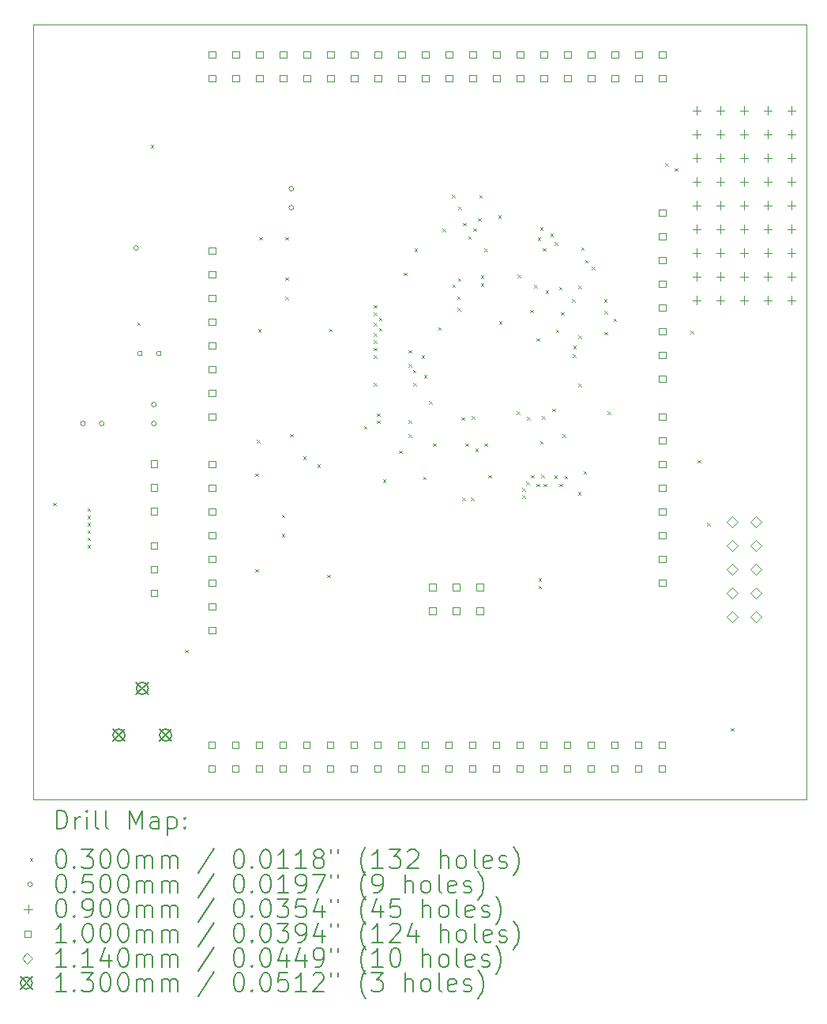
<source format=gbr>
%TF.GenerationSoftware,KiCad,Pcbnew,8.0.1*%
%TF.CreationDate,2024-05-02T11:19:57+05:30*%
%TF.ProjectId,MAX10eval,4d415831-3065-4766-916c-2e6b69636164,rev?*%
%TF.SameCoordinates,Original*%
%TF.FileFunction,Drillmap*%
%TF.FilePolarity,Positive*%
%FSLAX45Y45*%
G04 Gerber Fmt 4.5, Leading zero omitted, Abs format (unit mm)*
G04 Created by KiCad (PCBNEW 8.0.1) date 2024-05-02 11:19:57*
%MOMM*%
%LPD*%
G01*
G04 APERTURE LIST*
%ADD10C,0.100000*%
%ADD11C,0.200000*%
%ADD12C,0.114000*%
%ADD13C,0.130000*%
G04 APERTURE END LIST*
D10*
X10793113Y-5421013D02*
X19088100Y-5421013D01*
X19088100Y-13716000D01*
X10793113Y-13716000D01*
X10793113Y-5421013D01*
D11*
D10*
X11008600Y-10538700D02*
X11038600Y-10568700D01*
X11038600Y-10538700D02*
X11008600Y-10568700D01*
X11376900Y-10597599D02*
X11406900Y-10627599D01*
X11406900Y-10597599D02*
X11376900Y-10627599D01*
X11376900Y-10676100D02*
X11406900Y-10706100D01*
X11406900Y-10676100D02*
X11376900Y-10706100D01*
X11376900Y-10754600D02*
X11406900Y-10784600D01*
X11406900Y-10754600D02*
X11376900Y-10784600D01*
X11376900Y-10833100D02*
X11406900Y-10863100D01*
X11406900Y-10833100D02*
X11376900Y-10863100D01*
X11376900Y-10911601D02*
X11406900Y-10941601D01*
X11406900Y-10911601D02*
X11376900Y-10941601D01*
X11376900Y-10990101D02*
X11406900Y-11020101D01*
X11406900Y-10990101D02*
X11376900Y-11020101D01*
X11910300Y-8608300D02*
X11940300Y-8638300D01*
X11940300Y-8608300D02*
X11910300Y-8638300D01*
X12055080Y-6708380D02*
X12085080Y-6738380D01*
X12085080Y-6708380D02*
X12055080Y-6738380D01*
X12423380Y-12110960D02*
X12453380Y-12140960D01*
X12453380Y-12110960D02*
X12423380Y-12140960D01*
X13175220Y-10226280D02*
X13205220Y-10256280D01*
X13205220Y-10226280D02*
X13175220Y-10256280D01*
X13175220Y-11249900D02*
X13205220Y-11279900D01*
X13205220Y-11249900D02*
X13175220Y-11279900D01*
X13193000Y-9865600D02*
X13223000Y-9895600D01*
X13223000Y-9865600D02*
X13193000Y-9895600D01*
X13205700Y-8679420D02*
X13235700Y-8709420D01*
X13235700Y-8679420D02*
X13205700Y-8709420D01*
X13218400Y-7693900D02*
X13248400Y-7723900D01*
X13248400Y-7693900D02*
X13218400Y-7723900D01*
X13459700Y-10665700D02*
X13489700Y-10695700D01*
X13489700Y-10665700D02*
X13459700Y-10695700D01*
X13459700Y-10873980D02*
X13489700Y-10903980D01*
X13489700Y-10873980D02*
X13459700Y-10903980D01*
X13497800Y-7693900D02*
X13527800Y-7723900D01*
X13527800Y-7693900D02*
X13497800Y-7723900D01*
X13497800Y-8125700D02*
X13527800Y-8155700D01*
X13527800Y-8125700D02*
X13497800Y-8155700D01*
X13497800Y-8333980D02*
X13527800Y-8363980D01*
X13527800Y-8333980D02*
X13497800Y-8363980D01*
X13548600Y-9802100D02*
X13578600Y-9832100D01*
X13578600Y-9802100D02*
X13548600Y-9832100D01*
X13688300Y-10043400D02*
X13718300Y-10073400D01*
X13718300Y-10043400D02*
X13688300Y-10073400D01*
X13843240Y-10127220D02*
X13873240Y-10157220D01*
X13873240Y-10127220D02*
X13843240Y-10157220D01*
X13949920Y-11308320D02*
X13979920Y-11338320D01*
X13979920Y-11308320D02*
X13949920Y-11338320D01*
X13970240Y-8674340D02*
X14000240Y-8704340D01*
X14000240Y-8674340D02*
X13970240Y-8704340D01*
X14339700Y-9715040D02*
X14369700Y-9745040D01*
X14369700Y-9715040D02*
X14339700Y-9745040D01*
X14445220Y-8612250D02*
X14475220Y-8642250D01*
X14475220Y-8612250D02*
X14445220Y-8642250D01*
X14445220Y-8721750D02*
X14475220Y-8751750D01*
X14475220Y-8721750D02*
X14445220Y-8751750D01*
X14445220Y-8800250D02*
X14475220Y-8830250D01*
X14475220Y-8800250D02*
X14445220Y-8830250D01*
X14445220Y-8878751D02*
X14475220Y-8908751D01*
X14475220Y-8878751D02*
X14445220Y-8908751D01*
X14445220Y-8957251D02*
X14475220Y-8987251D01*
X14475220Y-8957251D02*
X14445220Y-8987251D01*
X14447263Y-8501375D02*
X14477263Y-8531375D01*
X14477263Y-8501375D02*
X14447263Y-8531375D01*
X14447760Y-8422880D02*
X14477760Y-8452880D01*
X14477760Y-8422880D02*
X14447760Y-8452880D01*
X14447760Y-9256000D02*
X14477760Y-9286000D01*
X14477760Y-9256000D02*
X14447760Y-9286000D01*
X14482686Y-9659294D02*
X14512686Y-9689294D01*
X14512686Y-9659294D02*
X14482686Y-9689294D01*
X14482994Y-9580794D02*
X14512994Y-9610794D01*
X14512994Y-9580794D02*
X14482994Y-9610794D01*
X14503640Y-8556000D02*
X14533640Y-8586000D01*
X14533640Y-8556000D02*
X14503640Y-8586000D01*
X14503640Y-8667000D02*
X14533640Y-8697000D01*
X14533640Y-8667000D02*
X14503640Y-8697000D01*
X14544710Y-10288370D02*
X14574710Y-10318370D01*
X14574710Y-10288370D02*
X14544710Y-10318370D01*
X14715850Y-9981050D02*
X14745850Y-10011050D01*
X14745850Y-9981050D02*
X14715850Y-10011050D01*
X14767800Y-8072360D02*
X14797800Y-8102360D01*
X14797800Y-8072360D02*
X14767800Y-8102360D01*
X14818600Y-8905480D02*
X14848600Y-8935480D01*
X14848600Y-8905480D02*
X14818600Y-8935480D01*
X14818600Y-9052800D02*
X14848600Y-9082800D01*
X14848600Y-9052800D02*
X14818600Y-9082800D01*
X14818600Y-9654780D02*
X14848600Y-9684780D01*
X14848600Y-9654780D02*
X14818600Y-9684780D01*
X14818600Y-9804640D02*
X14848600Y-9834640D01*
X14848600Y-9804640D02*
X14818600Y-9834640D01*
X14867325Y-9114348D02*
X14897325Y-9144348D01*
X14897325Y-9114348D02*
X14867325Y-9144348D01*
X14869400Y-9256000D02*
X14899400Y-9286000D01*
X14899400Y-9256000D02*
X14869400Y-9286000D01*
X14883730Y-7814606D02*
X14913730Y-7844606D01*
X14913730Y-7814606D02*
X14883730Y-7844606D01*
X14958300Y-8959958D02*
X14988300Y-8989958D01*
X14988300Y-8959958D02*
X14958300Y-8989958D01*
X14975550Y-10259300D02*
X15005550Y-10289300D01*
X15005550Y-10259300D02*
X14975550Y-10289300D01*
X14983700Y-9169098D02*
X15013700Y-9199098D01*
X15013700Y-9169098D02*
X14983700Y-9199098D01*
X15042120Y-9451580D02*
X15072120Y-9481580D01*
X15072120Y-9451580D02*
X15042120Y-9481580D01*
X15082760Y-9904830D02*
X15112760Y-9934830D01*
X15112760Y-9904830D02*
X15082760Y-9934830D01*
X15138640Y-8656560D02*
X15168640Y-8686560D01*
X15168640Y-8656560D02*
X15138640Y-8686560D01*
X15184360Y-7602460D02*
X15214360Y-7632460D01*
X15214360Y-7602460D02*
X15184360Y-7632460D01*
X15285960Y-7241780D02*
X15315960Y-7271780D01*
X15315960Y-7241780D02*
X15285960Y-7271780D01*
X15291040Y-8199360D02*
X15321040Y-8229360D01*
X15321040Y-8199360D02*
X15291040Y-8229360D01*
X15339300Y-8328900D02*
X15369300Y-8358900D01*
X15369300Y-8328900D02*
X15339300Y-8358900D01*
X15346050Y-8450910D02*
X15376050Y-8480910D01*
X15376050Y-8450910D02*
X15346050Y-8480910D01*
X15349460Y-8133320D02*
X15379460Y-8163320D01*
X15379460Y-8133320D02*
X15349460Y-8163320D01*
X15353105Y-7368780D02*
X15383105Y-7398780D01*
X15383105Y-7368780D02*
X15353105Y-7398780D01*
X15385020Y-9621760D02*
X15415020Y-9651760D01*
X15415020Y-9621760D02*
X15385020Y-9651760D01*
X15396945Y-10484750D02*
X15426945Y-10514750D01*
X15426945Y-10484750D02*
X15396945Y-10514750D01*
X15403930Y-7538960D02*
X15433930Y-7568960D01*
X15433930Y-7538960D02*
X15403930Y-7568960D01*
X15430740Y-9904830D02*
X15460740Y-9934830D01*
X15460740Y-9904830D02*
X15430740Y-9934830D01*
X15460090Y-7683740D02*
X15490090Y-7713740D01*
X15490090Y-7683740D02*
X15460090Y-7713740D01*
X15486620Y-10482820D02*
X15516620Y-10512820D01*
X15516620Y-10482820D02*
X15486620Y-10512820D01*
X15498190Y-9610190D02*
X15528190Y-9640190D01*
X15528190Y-9610190D02*
X15498190Y-9640190D01*
X15513430Y-7599920D02*
X15543430Y-7629920D01*
X15543430Y-7599920D02*
X15513430Y-7629920D01*
X15534880Y-9959580D02*
X15564880Y-9989580D01*
X15564880Y-9959580D02*
X15534880Y-9989580D01*
X15564821Y-7488699D02*
X15594821Y-7518699D01*
X15594821Y-7488699D02*
X15564821Y-7518699D01*
X15577993Y-7245481D02*
X15607993Y-7275481D01*
X15607993Y-7245481D02*
X15577993Y-7275481D01*
X15594430Y-8102840D02*
X15624430Y-8132840D01*
X15624430Y-8102840D02*
X15594430Y-8132840D01*
X15595840Y-8186660D02*
X15625840Y-8216660D01*
X15625840Y-8186660D02*
X15595840Y-8216660D01*
X15631400Y-9904830D02*
X15661400Y-9934830D01*
X15661400Y-9904830D02*
X15631400Y-9934830D01*
X15632831Y-7816322D02*
X15662831Y-7846322D01*
X15662831Y-7816322D02*
X15632831Y-7846322D01*
X15675550Y-10242679D02*
X15705550Y-10272679D01*
X15705550Y-10242679D02*
X15675550Y-10272679D01*
X15780604Y-7458336D02*
X15810604Y-7488336D01*
X15810604Y-7458336D02*
X15780604Y-7488336D01*
X15788880Y-8595600D02*
X15818880Y-8625600D01*
X15818880Y-8595600D02*
X15788880Y-8625600D01*
X15981920Y-9560800D02*
X16011920Y-9590800D01*
X16011920Y-9560800D02*
X15981920Y-9590800D01*
X15987000Y-8093810D02*
X16017000Y-8123810D01*
X16017000Y-8093810D02*
X15987000Y-8123810D01*
X16039971Y-10380980D02*
X16069971Y-10410980D01*
X16069971Y-10380980D02*
X16039971Y-10410980D01*
X16040050Y-10459535D02*
X16070050Y-10489535D01*
X16070050Y-10459535D02*
X16040050Y-10489535D01*
X16079850Y-10313364D02*
X16109850Y-10343364D01*
X16109850Y-10313364D02*
X16079850Y-10343364D01*
X16091140Y-9620630D02*
X16121140Y-9650630D01*
X16121140Y-9620630D02*
X16091140Y-9650630D01*
X16125290Y-8473680D02*
X16155290Y-8503680D01*
X16155290Y-8473680D02*
X16125290Y-8503680D01*
X16130650Y-10242679D02*
X16160650Y-10272679D01*
X16160650Y-10242679D02*
X16130650Y-10272679D01*
X16164779Y-8203232D02*
X16194779Y-8233232D01*
X16194779Y-8203232D02*
X16164779Y-8233232D01*
X16189350Y-10332960D02*
X16219350Y-10362960D01*
X16219350Y-10332960D02*
X16189350Y-10362960D01*
X16192740Y-8775940D02*
X16222740Y-8805940D01*
X16222740Y-8775940D02*
X16192740Y-8805940D01*
X16202900Y-7698980D02*
X16232900Y-7728980D01*
X16232900Y-7698980D02*
X16202900Y-7728980D01*
X16211550Y-11346950D02*
X16241550Y-11376950D01*
X16241550Y-11346950D02*
X16211550Y-11376950D01*
X16211550Y-11425450D02*
X16241550Y-11455450D01*
X16241550Y-11425450D02*
X16211550Y-11455450D01*
X16228300Y-9875760D02*
X16258300Y-9905760D01*
X16258300Y-9875760D02*
X16228300Y-9905760D01*
X16229430Y-7585390D02*
X16259430Y-7615390D01*
X16259430Y-7585390D02*
X16229430Y-7615390D01*
X16240150Y-10238980D02*
X16270150Y-10268980D01*
X16270150Y-10238980D02*
X16240150Y-10268980D01*
X16249750Y-9611600D02*
X16279750Y-9641600D01*
X16279750Y-9611600D02*
X16249750Y-9641600D01*
X16258780Y-7813280D02*
X16288780Y-7843280D01*
X16288780Y-7813280D02*
X16258780Y-7843280D01*
X16267850Y-10332960D02*
X16297850Y-10362960D01*
X16297850Y-10332960D02*
X16267850Y-10362960D01*
X16289260Y-8265400D02*
X16319260Y-8295400D01*
X16319260Y-8265400D02*
X16289260Y-8295400D01*
X16338930Y-7653249D02*
X16368930Y-7683249D01*
X16368930Y-7653249D02*
X16338930Y-7683249D01*
X16360380Y-9529250D02*
X16390380Y-9559250D01*
X16390380Y-9529250D02*
X16360380Y-9559250D01*
X16383240Y-10246600D02*
X16413240Y-10276600D01*
X16413240Y-10246600D02*
X16383240Y-10276600D01*
X16385780Y-7748370D02*
X16415780Y-7778370D01*
X16415780Y-7748370D02*
X16385780Y-7778370D01*
X16398480Y-8684500D02*
X16428480Y-8714500D01*
X16428480Y-8684500D02*
X16398480Y-8714500D01*
X16434040Y-8227300D02*
X16464040Y-8257300D01*
X16464040Y-8227300D02*
X16434040Y-8257300D01*
X16439120Y-10335500D02*
X16469120Y-10365500D01*
X16469120Y-10335500D02*
X16439120Y-10365500D01*
X16452652Y-8497671D02*
X16482652Y-8527671D01*
X16482652Y-8497671D02*
X16452652Y-8527671D01*
X16472140Y-9804640D02*
X16502140Y-9834640D01*
X16502140Y-9804640D02*
X16472140Y-9834640D01*
X16492740Y-10251680D02*
X16522740Y-10281680D01*
X16522740Y-10251680D02*
X16492740Y-10281680D01*
X16571750Y-8355861D02*
X16601750Y-8385861D01*
X16601750Y-8355861D02*
X16571750Y-8385861D01*
X16578820Y-8950310D02*
X16608820Y-8980310D01*
X16608820Y-8950310D02*
X16578820Y-8980310D01*
X16586440Y-8855260D02*
X16616440Y-8885260D01*
X16616440Y-8855260D02*
X16586440Y-8885260D01*
X16637240Y-10421860D02*
X16667240Y-10451860D01*
X16667240Y-10421860D02*
X16637240Y-10451860D01*
X16639780Y-8748000D02*
X16669780Y-8778000D01*
X16669780Y-8748000D02*
X16639780Y-8778000D01*
X16639780Y-9264750D02*
X16669780Y-9294750D01*
X16669780Y-9264750D02*
X16639780Y-9294750D01*
X16642320Y-8212060D02*
X16672320Y-8242060D01*
X16672320Y-8212060D02*
X16642320Y-8242060D01*
X16670260Y-7803120D02*
X16700260Y-7833120D01*
X16700260Y-7803120D02*
X16670260Y-7833120D01*
X16695660Y-10198340D02*
X16725660Y-10228340D01*
X16725660Y-10198340D02*
X16695660Y-10228340D01*
X16713440Y-7940280D02*
X16743440Y-7970280D01*
X16743440Y-7940280D02*
X16713440Y-7970280D01*
X16784560Y-8008860D02*
X16814560Y-8038860D01*
X16814560Y-8008860D02*
X16784560Y-8038860D01*
X16916640Y-8359380D02*
X16946640Y-8389380D01*
X16946640Y-8359380D02*
X16916640Y-8389380D01*
X16921720Y-8486380D02*
X16951720Y-8516380D01*
X16951720Y-8486380D02*
X16921720Y-8516380D01*
X16921720Y-8710750D02*
X16951720Y-8740750D01*
X16951720Y-8710750D02*
X16921720Y-8740750D01*
X16954740Y-9560750D02*
X16984740Y-9590750D01*
X16984740Y-9560750D02*
X16954740Y-9590750D01*
X17016763Y-8563741D02*
X17046763Y-8593741D01*
X17046763Y-8563741D02*
X17016763Y-8593741D01*
X17569420Y-6902550D02*
X17599420Y-6932550D01*
X17599420Y-6902550D02*
X17569420Y-6932550D01*
X17671630Y-6957300D02*
X17701630Y-6987300D01*
X17701630Y-6957300D02*
X17671630Y-6987300D01*
X17841200Y-8694660D02*
X17871200Y-8724660D01*
X17871200Y-8694660D02*
X17841200Y-8724660D01*
X17919940Y-10081500D02*
X17949940Y-10111500D01*
X17949940Y-10081500D02*
X17919940Y-10111500D01*
X18019000Y-10754600D02*
X18049000Y-10784600D01*
X18049000Y-10754600D02*
X18019000Y-10784600D01*
X18273000Y-12951700D02*
X18303000Y-12981700D01*
X18303000Y-12951700D02*
X18273000Y-12981700D01*
X11354800Y-9690100D02*
G75*
G02*
X11304800Y-9690100I-25000J0D01*
G01*
X11304800Y-9690100D02*
G75*
G02*
X11354800Y-9690100I25000J0D01*
G01*
X11556600Y-9690100D02*
G75*
G02*
X11506600Y-9690100I-25000J0D01*
G01*
X11506600Y-9690100D02*
G75*
G02*
X11556600Y-9690100I25000J0D01*
G01*
X11924900Y-7810500D02*
G75*
G02*
X11874900Y-7810500I-25000J0D01*
G01*
X11874900Y-7810500D02*
G75*
G02*
X11924900Y-7810500I25000J0D01*
G01*
X11965540Y-8940800D02*
G75*
G02*
X11915540Y-8940800I-25000J0D01*
G01*
X11915540Y-8940800D02*
G75*
G02*
X11965540Y-8940800I25000J0D01*
G01*
X12115400Y-9486900D02*
G75*
G02*
X12065400Y-9486900I-25000J0D01*
G01*
X12065400Y-9486900D02*
G75*
G02*
X12115400Y-9486900I25000J0D01*
G01*
X12115400Y-9690100D02*
G75*
G02*
X12065400Y-9690100I-25000J0D01*
G01*
X12065400Y-9690100D02*
G75*
G02*
X12115400Y-9690100I25000J0D01*
G01*
X12168740Y-8940800D02*
G75*
G02*
X12118740Y-8940800I-25000J0D01*
G01*
X12118740Y-8940800D02*
G75*
G02*
X12168740Y-8940800I25000J0D01*
G01*
X13588600Y-7175500D02*
G75*
G02*
X13538600Y-7175500I-25000J0D01*
G01*
X13538600Y-7175500D02*
G75*
G02*
X13588600Y-7175500I25000J0D01*
G01*
X13588600Y-7378700D02*
G75*
G02*
X13538600Y-7378700I-25000J0D01*
G01*
X13538600Y-7378700D02*
G75*
G02*
X13588600Y-7378700I25000J0D01*
G01*
X17907000Y-6292300D02*
X17907000Y-6382300D01*
X17862000Y-6337300D02*
X17952000Y-6337300D01*
X17907000Y-6546300D02*
X17907000Y-6636300D01*
X17862000Y-6591300D02*
X17952000Y-6591300D01*
X17907000Y-6800300D02*
X17907000Y-6890300D01*
X17862000Y-6845300D02*
X17952000Y-6845300D01*
X17907000Y-7054300D02*
X17907000Y-7144300D01*
X17862000Y-7099300D02*
X17952000Y-7099300D01*
X17907000Y-7308300D02*
X17907000Y-7398300D01*
X17862000Y-7353300D02*
X17952000Y-7353300D01*
X17907000Y-7562300D02*
X17907000Y-7652300D01*
X17862000Y-7607300D02*
X17952000Y-7607300D01*
X17907000Y-7816300D02*
X17907000Y-7906300D01*
X17862000Y-7861300D02*
X17952000Y-7861300D01*
X17907000Y-8070300D02*
X17907000Y-8160300D01*
X17862000Y-8115300D02*
X17952000Y-8115300D01*
X17907000Y-8324300D02*
X17907000Y-8414300D01*
X17862000Y-8369300D02*
X17952000Y-8369300D01*
X18161000Y-6292300D02*
X18161000Y-6382300D01*
X18116000Y-6337300D02*
X18206000Y-6337300D01*
X18161000Y-6546300D02*
X18161000Y-6636300D01*
X18116000Y-6591300D02*
X18206000Y-6591300D01*
X18161000Y-6800300D02*
X18161000Y-6890300D01*
X18116000Y-6845300D02*
X18206000Y-6845300D01*
X18161000Y-7054300D02*
X18161000Y-7144300D01*
X18116000Y-7099300D02*
X18206000Y-7099300D01*
X18161000Y-7308300D02*
X18161000Y-7398300D01*
X18116000Y-7353300D02*
X18206000Y-7353300D01*
X18161000Y-7562300D02*
X18161000Y-7652300D01*
X18116000Y-7607300D02*
X18206000Y-7607300D01*
X18161000Y-7816300D02*
X18161000Y-7906300D01*
X18116000Y-7861300D02*
X18206000Y-7861300D01*
X18161000Y-8070300D02*
X18161000Y-8160300D01*
X18116000Y-8115300D02*
X18206000Y-8115300D01*
X18161000Y-8324300D02*
X18161000Y-8414300D01*
X18116000Y-8369300D02*
X18206000Y-8369300D01*
X18415000Y-6292300D02*
X18415000Y-6382300D01*
X18370000Y-6337300D02*
X18460000Y-6337300D01*
X18415000Y-6546300D02*
X18415000Y-6636300D01*
X18370000Y-6591300D02*
X18460000Y-6591300D01*
X18415000Y-6800300D02*
X18415000Y-6890300D01*
X18370000Y-6845300D02*
X18460000Y-6845300D01*
X18415000Y-7054300D02*
X18415000Y-7144300D01*
X18370000Y-7099300D02*
X18460000Y-7099300D01*
X18415000Y-7308300D02*
X18415000Y-7398300D01*
X18370000Y-7353300D02*
X18460000Y-7353300D01*
X18415000Y-7562300D02*
X18415000Y-7652300D01*
X18370000Y-7607300D02*
X18460000Y-7607300D01*
X18415000Y-7816300D02*
X18415000Y-7906300D01*
X18370000Y-7861300D02*
X18460000Y-7861300D01*
X18415000Y-8070300D02*
X18415000Y-8160300D01*
X18370000Y-8115300D02*
X18460000Y-8115300D01*
X18415000Y-8324300D02*
X18415000Y-8414300D01*
X18370000Y-8369300D02*
X18460000Y-8369300D01*
X18669000Y-6292300D02*
X18669000Y-6382300D01*
X18624000Y-6337300D02*
X18714000Y-6337300D01*
X18669000Y-6546300D02*
X18669000Y-6636300D01*
X18624000Y-6591300D02*
X18714000Y-6591300D01*
X18669000Y-6800300D02*
X18669000Y-6890300D01*
X18624000Y-6845300D02*
X18714000Y-6845300D01*
X18669000Y-7054300D02*
X18669000Y-7144300D01*
X18624000Y-7099300D02*
X18714000Y-7099300D01*
X18669000Y-7308300D02*
X18669000Y-7398300D01*
X18624000Y-7353300D02*
X18714000Y-7353300D01*
X18669000Y-7562300D02*
X18669000Y-7652300D01*
X18624000Y-7607300D02*
X18714000Y-7607300D01*
X18669000Y-7816300D02*
X18669000Y-7906300D01*
X18624000Y-7861300D02*
X18714000Y-7861300D01*
X18669000Y-8070300D02*
X18669000Y-8160300D01*
X18624000Y-8115300D02*
X18714000Y-8115300D01*
X18669000Y-8324300D02*
X18669000Y-8414300D01*
X18624000Y-8369300D02*
X18714000Y-8369300D01*
X18923000Y-6292300D02*
X18923000Y-6382300D01*
X18878000Y-6337300D02*
X18968000Y-6337300D01*
X18923000Y-6546300D02*
X18923000Y-6636300D01*
X18878000Y-6591300D02*
X18968000Y-6591300D01*
X18923000Y-6800300D02*
X18923000Y-6890300D01*
X18878000Y-6845300D02*
X18968000Y-6845300D01*
X18923000Y-7054300D02*
X18923000Y-7144300D01*
X18878000Y-7099300D02*
X18968000Y-7099300D01*
X18923000Y-7308300D02*
X18923000Y-7398300D01*
X18878000Y-7353300D02*
X18968000Y-7353300D01*
X18923000Y-7562300D02*
X18923000Y-7652300D01*
X18878000Y-7607300D02*
X18968000Y-7607300D01*
X18923000Y-7816300D02*
X18923000Y-7906300D01*
X18878000Y-7861300D02*
X18968000Y-7861300D01*
X18923000Y-8070300D02*
X18923000Y-8160300D01*
X18878000Y-8115300D02*
X18968000Y-8115300D01*
X18923000Y-8324300D02*
X18923000Y-8414300D01*
X18878000Y-8369300D02*
X18968000Y-8369300D01*
X12125756Y-10157256D02*
X12125756Y-10086544D01*
X12055044Y-10086544D01*
X12055044Y-10157256D01*
X12125756Y-10157256D01*
X12125756Y-10411256D02*
X12125756Y-10340544D01*
X12055044Y-10340544D01*
X12055044Y-10411256D01*
X12125756Y-10411256D01*
X12125756Y-10665256D02*
X12125756Y-10594544D01*
X12055044Y-10594544D01*
X12055044Y-10665256D01*
X12125756Y-10665256D01*
X12125756Y-11033556D02*
X12125756Y-10962844D01*
X12055044Y-10962844D01*
X12055044Y-11033556D01*
X12125756Y-11033556D01*
X12125756Y-11287556D02*
X12125756Y-11216844D01*
X12055044Y-11216844D01*
X12055044Y-11287556D01*
X12125756Y-11287556D01*
X12125756Y-11541556D02*
X12125756Y-11470844D01*
X12055044Y-11470844D01*
X12055044Y-11541556D01*
X12125756Y-11541556D01*
X12745516Y-13167156D02*
X12745516Y-13096444D01*
X12674804Y-13096444D01*
X12674804Y-13167156D01*
X12745516Y-13167156D01*
X12745516Y-13421156D02*
X12745516Y-13350444D01*
X12674804Y-13350444D01*
X12674804Y-13421156D01*
X12745516Y-13421156D01*
X12748056Y-5775756D02*
X12748056Y-5705044D01*
X12677344Y-5705044D01*
X12677344Y-5775756D01*
X12748056Y-5775756D01*
X12748056Y-6029756D02*
X12748056Y-5959044D01*
X12677344Y-5959044D01*
X12677344Y-6029756D01*
X12748056Y-6029756D01*
X12750556Y-7872756D02*
X12750556Y-7802044D01*
X12679844Y-7802044D01*
X12679844Y-7872756D01*
X12750556Y-7872756D01*
X12750556Y-8126756D02*
X12750556Y-8056044D01*
X12679844Y-8056044D01*
X12679844Y-8126756D01*
X12750556Y-8126756D01*
X12750556Y-8380756D02*
X12750556Y-8310044D01*
X12679844Y-8310044D01*
X12679844Y-8380756D01*
X12750556Y-8380756D01*
X12750556Y-8634756D02*
X12750556Y-8564044D01*
X12679844Y-8564044D01*
X12679844Y-8634756D01*
X12750556Y-8634756D01*
X12750556Y-8888756D02*
X12750556Y-8818044D01*
X12679844Y-8818044D01*
X12679844Y-8888756D01*
X12750556Y-8888756D01*
X12750556Y-9142756D02*
X12750556Y-9072044D01*
X12679844Y-9072044D01*
X12679844Y-9142756D01*
X12750556Y-9142756D01*
X12750556Y-9396756D02*
X12750556Y-9326044D01*
X12679844Y-9326044D01*
X12679844Y-9396756D01*
X12750556Y-9396756D01*
X12750556Y-9650756D02*
X12750556Y-9580044D01*
X12679844Y-9580044D01*
X12679844Y-9650756D01*
X12750556Y-9650756D01*
X12750556Y-10158756D02*
X12750556Y-10088044D01*
X12679844Y-10088044D01*
X12679844Y-10158756D01*
X12750556Y-10158756D01*
X12750556Y-10412756D02*
X12750556Y-10342044D01*
X12679844Y-10342044D01*
X12679844Y-10412756D01*
X12750556Y-10412756D01*
X12750556Y-10666756D02*
X12750556Y-10596044D01*
X12679844Y-10596044D01*
X12679844Y-10666756D01*
X12750556Y-10666756D01*
X12750556Y-10920756D02*
X12750556Y-10850044D01*
X12679844Y-10850044D01*
X12679844Y-10920756D01*
X12750556Y-10920756D01*
X12750556Y-11174756D02*
X12750556Y-11104044D01*
X12679844Y-11104044D01*
X12679844Y-11174756D01*
X12750556Y-11174756D01*
X12750556Y-11428756D02*
X12750556Y-11358044D01*
X12679844Y-11358044D01*
X12679844Y-11428756D01*
X12750556Y-11428756D01*
X12750556Y-11682756D02*
X12750556Y-11612044D01*
X12679844Y-11612044D01*
X12679844Y-11682756D01*
X12750556Y-11682756D01*
X12750556Y-11936756D02*
X12750556Y-11866044D01*
X12679844Y-11866044D01*
X12679844Y-11936756D01*
X12750556Y-11936756D01*
X12999516Y-13167156D02*
X12999516Y-13096444D01*
X12928804Y-13096444D01*
X12928804Y-13167156D01*
X12999516Y-13167156D01*
X12999516Y-13421156D02*
X12999516Y-13350444D01*
X12928804Y-13350444D01*
X12928804Y-13421156D01*
X12999516Y-13421156D01*
X13002056Y-5775756D02*
X13002056Y-5705044D01*
X12931344Y-5705044D01*
X12931344Y-5775756D01*
X13002056Y-5775756D01*
X13002056Y-6029756D02*
X13002056Y-5959044D01*
X12931344Y-5959044D01*
X12931344Y-6029756D01*
X13002056Y-6029756D01*
X13253516Y-13167156D02*
X13253516Y-13096444D01*
X13182804Y-13096444D01*
X13182804Y-13167156D01*
X13253516Y-13167156D01*
X13253516Y-13421156D02*
X13253516Y-13350444D01*
X13182804Y-13350444D01*
X13182804Y-13421156D01*
X13253516Y-13421156D01*
X13256056Y-5775756D02*
X13256056Y-5705044D01*
X13185344Y-5705044D01*
X13185344Y-5775756D01*
X13256056Y-5775756D01*
X13256056Y-6029756D02*
X13256056Y-5959044D01*
X13185344Y-5959044D01*
X13185344Y-6029756D01*
X13256056Y-6029756D01*
X13507516Y-13167156D02*
X13507516Y-13096444D01*
X13436804Y-13096444D01*
X13436804Y-13167156D01*
X13507516Y-13167156D01*
X13507516Y-13421156D02*
X13507516Y-13350444D01*
X13436804Y-13350444D01*
X13436804Y-13421156D01*
X13507516Y-13421156D01*
X13510056Y-5775756D02*
X13510056Y-5705044D01*
X13439344Y-5705044D01*
X13439344Y-5775756D01*
X13510056Y-5775756D01*
X13510056Y-6029756D02*
X13510056Y-5959044D01*
X13439344Y-5959044D01*
X13439344Y-6029756D01*
X13510056Y-6029756D01*
X13761516Y-13167156D02*
X13761516Y-13096444D01*
X13690804Y-13096444D01*
X13690804Y-13167156D01*
X13761516Y-13167156D01*
X13761516Y-13421156D02*
X13761516Y-13350444D01*
X13690804Y-13350444D01*
X13690804Y-13421156D01*
X13761516Y-13421156D01*
X13764056Y-5775756D02*
X13764056Y-5705044D01*
X13693344Y-5705044D01*
X13693344Y-5775756D01*
X13764056Y-5775756D01*
X13764056Y-6029756D02*
X13764056Y-5959044D01*
X13693344Y-5959044D01*
X13693344Y-6029756D01*
X13764056Y-6029756D01*
X14015516Y-13167156D02*
X14015516Y-13096444D01*
X13944804Y-13096444D01*
X13944804Y-13167156D01*
X14015516Y-13167156D01*
X14015516Y-13421156D02*
X14015516Y-13350444D01*
X13944804Y-13350444D01*
X13944804Y-13421156D01*
X14015516Y-13421156D01*
X14018056Y-5775756D02*
X14018056Y-5705044D01*
X13947344Y-5705044D01*
X13947344Y-5775756D01*
X14018056Y-5775756D01*
X14018056Y-6029756D02*
X14018056Y-5959044D01*
X13947344Y-5959044D01*
X13947344Y-6029756D01*
X14018056Y-6029756D01*
X14269516Y-13167156D02*
X14269516Y-13096444D01*
X14198804Y-13096444D01*
X14198804Y-13167156D01*
X14269516Y-13167156D01*
X14269516Y-13421156D02*
X14269516Y-13350444D01*
X14198804Y-13350444D01*
X14198804Y-13421156D01*
X14269516Y-13421156D01*
X14272056Y-5775756D02*
X14272056Y-5705044D01*
X14201344Y-5705044D01*
X14201344Y-5775756D01*
X14272056Y-5775756D01*
X14272056Y-6029756D02*
X14272056Y-5959044D01*
X14201344Y-5959044D01*
X14201344Y-6029756D01*
X14272056Y-6029756D01*
X14523516Y-13167156D02*
X14523516Y-13096444D01*
X14452804Y-13096444D01*
X14452804Y-13167156D01*
X14523516Y-13167156D01*
X14523516Y-13421156D02*
X14523516Y-13350444D01*
X14452804Y-13350444D01*
X14452804Y-13421156D01*
X14523516Y-13421156D01*
X14526056Y-5775756D02*
X14526056Y-5705044D01*
X14455344Y-5705044D01*
X14455344Y-5775756D01*
X14526056Y-5775756D01*
X14526056Y-6029756D02*
X14526056Y-5959044D01*
X14455344Y-5959044D01*
X14455344Y-6029756D01*
X14526056Y-6029756D01*
X14777516Y-13167156D02*
X14777516Y-13096444D01*
X14706804Y-13096444D01*
X14706804Y-13167156D01*
X14777516Y-13167156D01*
X14777516Y-13421156D02*
X14777516Y-13350444D01*
X14706804Y-13350444D01*
X14706804Y-13421156D01*
X14777516Y-13421156D01*
X14780056Y-5775756D02*
X14780056Y-5705044D01*
X14709344Y-5705044D01*
X14709344Y-5775756D01*
X14780056Y-5775756D01*
X14780056Y-6029756D02*
X14780056Y-5959044D01*
X14709344Y-5959044D01*
X14709344Y-6029756D01*
X14780056Y-6029756D01*
X15031516Y-13167156D02*
X15031516Y-13096444D01*
X14960804Y-13096444D01*
X14960804Y-13167156D01*
X15031516Y-13167156D01*
X15031516Y-13421156D02*
X15031516Y-13350444D01*
X14960804Y-13350444D01*
X14960804Y-13421156D01*
X15031516Y-13421156D01*
X15034056Y-5775756D02*
X15034056Y-5705044D01*
X14963344Y-5705044D01*
X14963344Y-5775756D01*
X15034056Y-5775756D01*
X15034056Y-6029756D02*
X15034056Y-5959044D01*
X14963344Y-5959044D01*
X14963344Y-6029756D01*
X15034056Y-6029756D01*
X15110256Y-11478056D02*
X15110256Y-11407344D01*
X15039544Y-11407344D01*
X15039544Y-11478056D01*
X15110256Y-11478056D01*
X15110256Y-11732056D02*
X15110256Y-11661344D01*
X15039544Y-11661344D01*
X15039544Y-11732056D01*
X15110256Y-11732056D01*
X15285516Y-13167156D02*
X15285516Y-13096444D01*
X15214804Y-13096444D01*
X15214804Y-13167156D01*
X15285516Y-13167156D01*
X15285516Y-13421156D02*
X15285516Y-13350444D01*
X15214804Y-13350444D01*
X15214804Y-13421156D01*
X15285516Y-13421156D01*
X15288056Y-5775756D02*
X15288056Y-5705044D01*
X15217344Y-5705044D01*
X15217344Y-5775756D01*
X15288056Y-5775756D01*
X15288056Y-6029756D02*
X15288056Y-5959044D01*
X15217344Y-5959044D01*
X15217344Y-6029756D01*
X15288056Y-6029756D01*
X15364256Y-11478056D02*
X15364256Y-11407344D01*
X15293544Y-11407344D01*
X15293544Y-11478056D01*
X15364256Y-11478056D01*
X15364256Y-11732056D02*
X15364256Y-11661344D01*
X15293544Y-11661344D01*
X15293544Y-11732056D01*
X15364256Y-11732056D01*
X15539516Y-13167156D02*
X15539516Y-13096444D01*
X15468804Y-13096444D01*
X15468804Y-13167156D01*
X15539516Y-13167156D01*
X15539516Y-13421156D02*
X15539516Y-13350444D01*
X15468804Y-13350444D01*
X15468804Y-13421156D01*
X15539516Y-13421156D01*
X15542056Y-5775756D02*
X15542056Y-5705044D01*
X15471344Y-5705044D01*
X15471344Y-5775756D01*
X15542056Y-5775756D01*
X15542056Y-6029756D02*
X15542056Y-5959044D01*
X15471344Y-5959044D01*
X15471344Y-6029756D01*
X15542056Y-6029756D01*
X15618256Y-11478056D02*
X15618256Y-11407344D01*
X15547544Y-11407344D01*
X15547544Y-11478056D01*
X15618256Y-11478056D01*
X15618256Y-11732056D02*
X15618256Y-11661344D01*
X15547544Y-11661344D01*
X15547544Y-11732056D01*
X15618256Y-11732056D01*
X15793516Y-13167156D02*
X15793516Y-13096444D01*
X15722804Y-13096444D01*
X15722804Y-13167156D01*
X15793516Y-13167156D01*
X15793516Y-13421156D02*
X15793516Y-13350444D01*
X15722804Y-13350444D01*
X15722804Y-13421156D01*
X15793516Y-13421156D01*
X15796056Y-5775756D02*
X15796056Y-5705044D01*
X15725344Y-5705044D01*
X15725344Y-5775756D01*
X15796056Y-5775756D01*
X15796056Y-6029756D02*
X15796056Y-5959044D01*
X15725344Y-5959044D01*
X15725344Y-6029756D01*
X15796056Y-6029756D01*
X16047516Y-13167156D02*
X16047516Y-13096444D01*
X15976804Y-13096444D01*
X15976804Y-13167156D01*
X16047516Y-13167156D01*
X16047516Y-13421156D02*
X16047516Y-13350444D01*
X15976804Y-13350444D01*
X15976804Y-13421156D01*
X16047516Y-13421156D01*
X16050056Y-5775756D02*
X16050056Y-5705044D01*
X15979344Y-5705044D01*
X15979344Y-5775756D01*
X16050056Y-5775756D01*
X16050056Y-6029756D02*
X16050056Y-5959044D01*
X15979344Y-5959044D01*
X15979344Y-6029756D01*
X16050056Y-6029756D01*
X16301516Y-13167156D02*
X16301516Y-13096444D01*
X16230804Y-13096444D01*
X16230804Y-13167156D01*
X16301516Y-13167156D01*
X16301516Y-13421156D02*
X16301516Y-13350444D01*
X16230804Y-13350444D01*
X16230804Y-13421156D01*
X16301516Y-13421156D01*
X16304056Y-5775756D02*
X16304056Y-5705044D01*
X16233344Y-5705044D01*
X16233344Y-5775756D01*
X16304056Y-5775756D01*
X16304056Y-6029756D02*
X16304056Y-5959044D01*
X16233344Y-5959044D01*
X16233344Y-6029756D01*
X16304056Y-6029756D01*
X16555516Y-13167156D02*
X16555516Y-13096444D01*
X16484804Y-13096444D01*
X16484804Y-13167156D01*
X16555516Y-13167156D01*
X16555516Y-13421156D02*
X16555516Y-13350444D01*
X16484804Y-13350444D01*
X16484804Y-13421156D01*
X16555516Y-13421156D01*
X16558056Y-5775756D02*
X16558056Y-5705044D01*
X16487344Y-5705044D01*
X16487344Y-5775756D01*
X16558056Y-5775756D01*
X16558056Y-6029756D02*
X16558056Y-5959044D01*
X16487344Y-5959044D01*
X16487344Y-6029756D01*
X16558056Y-6029756D01*
X16809516Y-13167156D02*
X16809516Y-13096444D01*
X16738804Y-13096444D01*
X16738804Y-13167156D01*
X16809516Y-13167156D01*
X16809516Y-13421156D02*
X16809516Y-13350444D01*
X16738804Y-13350444D01*
X16738804Y-13421156D01*
X16809516Y-13421156D01*
X16812056Y-5775756D02*
X16812056Y-5705044D01*
X16741344Y-5705044D01*
X16741344Y-5775756D01*
X16812056Y-5775756D01*
X16812056Y-6029756D02*
X16812056Y-5959044D01*
X16741344Y-5959044D01*
X16741344Y-6029756D01*
X16812056Y-6029756D01*
X17063516Y-13167156D02*
X17063516Y-13096444D01*
X16992804Y-13096444D01*
X16992804Y-13167156D01*
X17063516Y-13167156D01*
X17063516Y-13421156D02*
X17063516Y-13350444D01*
X16992804Y-13350444D01*
X16992804Y-13421156D01*
X17063516Y-13421156D01*
X17066056Y-5775756D02*
X17066056Y-5705044D01*
X16995344Y-5705044D01*
X16995344Y-5775756D01*
X17066056Y-5775756D01*
X17066056Y-6029756D02*
X17066056Y-5959044D01*
X16995344Y-5959044D01*
X16995344Y-6029756D01*
X17066056Y-6029756D01*
X17317516Y-13167156D02*
X17317516Y-13096444D01*
X17246804Y-13096444D01*
X17246804Y-13167156D01*
X17317516Y-13167156D01*
X17317516Y-13421156D02*
X17317516Y-13350444D01*
X17246804Y-13350444D01*
X17246804Y-13421156D01*
X17317516Y-13421156D01*
X17320056Y-5775756D02*
X17320056Y-5705044D01*
X17249344Y-5705044D01*
X17249344Y-5775756D01*
X17320056Y-5775756D01*
X17320056Y-6029756D02*
X17320056Y-5959044D01*
X17249344Y-5959044D01*
X17249344Y-6029756D01*
X17320056Y-6029756D01*
X17571516Y-13167156D02*
X17571516Y-13096444D01*
X17500804Y-13096444D01*
X17500804Y-13167156D01*
X17571516Y-13167156D01*
X17571516Y-13421156D02*
X17571516Y-13350444D01*
X17500804Y-13350444D01*
X17500804Y-13421156D01*
X17571516Y-13421156D01*
X17574056Y-5775756D02*
X17574056Y-5705044D01*
X17503344Y-5705044D01*
X17503344Y-5775756D01*
X17574056Y-5775756D01*
X17574056Y-6029756D02*
X17574056Y-5959044D01*
X17503344Y-5959044D01*
X17503344Y-6029756D01*
X17574056Y-6029756D01*
X17576556Y-7466356D02*
X17576556Y-7395644D01*
X17505844Y-7395644D01*
X17505844Y-7466356D01*
X17576556Y-7466356D01*
X17576556Y-7720356D02*
X17576556Y-7649644D01*
X17505844Y-7649644D01*
X17505844Y-7720356D01*
X17576556Y-7720356D01*
X17576556Y-7974356D02*
X17576556Y-7903644D01*
X17505844Y-7903644D01*
X17505844Y-7974356D01*
X17576556Y-7974356D01*
X17576556Y-8228356D02*
X17576556Y-8157644D01*
X17505844Y-8157644D01*
X17505844Y-8228356D01*
X17576556Y-8228356D01*
X17576556Y-8482356D02*
X17576556Y-8411644D01*
X17505844Y-8411644D01*
X17505844Y-8482356D01*
X17576556Y-8482356D01*
X17576556Y-8736356D02*
X17576556Y-8665644D01*
X17505844Y-8665644D01*
X17505844Y-8736356D01*
X17576556Y-8736356D01*
X17576556Y-8990356D02*
X17576556Y-8919644D01*
X17505844Y-8919644D01*
X17505844Y-8990356D01*
X17576556Y-8990356D01*
X17576556Y-9244356D02*
X17576556Y-9173644D01*
X17505844Y-9173644D01*
X17505844Y-9244356D01*
X17576556Y-9244356D01*
X17576556Y-9650756D02*
X17576556Y-9580044D01*
X17505844Y-9580044D01*
X17505844Y-9650756D01*
X17576556Y-9650756D01*
X17576556Y-9904756D02*
X17576556Y-9834044D01*
X17505844Y-9834044D01*
X17505844Y-9904756D01*
X17576556Y-9904756D01*
X17576556Y-10158756D02*
X17576556Y-10088044D01*
X17505844Y-10088044D01*
X17505844Y-10158756D01*
X17576556Y-10158756D01*
X17576556Y-10412756D02*
X17576556Y-10342044D01*
X17505844Y-10342044D01*
X17505844Y-10412756D01*
X17576556Y-10412756D01*
X17576556Y-10666756D02*
X17576556Y-10596044D01*
X17505844Y-10596044D01*
X17505844Y-10666756D01*
X17576556Y-10666756D01*
X17576556Y-10920756D02*
X17576556Y-10850044D01*
X17505844Y-10850044D01*
X17505844Y-10920756D01*
X17576556Y-10920756D01*
X17576556Y-11174756D02*
X17576556Y-11104044D01*
X17505844Y-11104044D01*
X17505844Y-11174756D01*
X17576556Y-11174756D01*
X17576556Y-11428756D02*
X17576556Y-11358044D01*
X17505844Y-11358044D01*
X17505844Y-11428756D01*
X17576556Y-11428756D01*
D12*
X18288000Y-10801200D02*
X18345000Y-10744200D01*
X18288000Y-10687200D01*
X18231000Y-10744200D01*
X18288000Y-10801200D01*
X18288000Y-11055200D02*
X18345000Y-10998200D01*
X18288000Y-10941200D01*
X18231000Y-10998200D01*
X18288000Y-11055200D01*
X18288000Y-11309200D02*
X18345000Y-11252200D01*
X18288000Y-11195200D01*
X18231000Y-11252200D01*
X18288000Y-11309200D01*
X18288000Y-11563200D02*
X18345000Y-11506200D01*
X18288000Y-11449200D01*
X18231000Y-11506200D01*
X18288000Y-11563200D01*
X18288000Y-11817200D02*
X18345000Y-11760200D01*
X18288000Y-11703200D01*
X18231000Y-11760200D01*
X18288000Y-11817200D01*
X18542000Y-10801200D02*
X18599000Y-10744200D01*
X18542000Y-10687200D01*
X18485000Y-10744200D01*
X18542000Y-10801200D01*
X18542000Y-11055200D02*
X18599000Y-10998200D01*
X18542000Y-10941200D01*
X18485000Y-10998200D01*
X18542000Y-11055200D01*
X18542000Y-11309200D02*
X18599000Y-11252200D01*
X18542000Y-11195200D01*
X18485000Y-11252200D01*
X18542000Y-11309200D01*
X18542000Y-11563200D02*
X18599000Y-11506200D01*
X18542000Y-11449200D01*
X18485000Y-11506200D01*
X18542000Y-11563200D01*
X18542000Y-11817200D02*
X18599000Y-11760200D01*
X18542000Y-11703200D01*
X18485000Y-11760200D01*
X18542000Y-11817200D01*
D13*
X11650900Y-12961200D02*
X11780900Y-13091200D01*
X11780900Y-12961200D02*
X11650900Y-13091200D01*
X11780900Y-13026200D02*
G75*
G02*
X11650900Y-13026200I-65000J0D01*
G01*
X11650900Y-13026200D02*
G75*
G02*
X11780900Y-13026200I65000J0D01*
G01*
X11900900Y-12461200D02*
X12030900Y-12591200D01*
X12030900Y-12461200D02*
X11900900Y-12591200D01*
X12030900Y-12526200D02*
G75*
G02*
X11900900Y-12526200I-65000J0D01*
G01*
X11900900Y-12526200D02*
G75*
G02*
X12030900Y-12526200I65000J0D01*
G01*
X12150900Y-12961200D02*
X12280900Y-13091200D01*
X12280900Y-12961200D02*
X12150900Y-13091200D01*
X12280900Y-13026200D02*
G75*
G02*
X12150900Y-13026200I-65000J0D01*
G01*
X12150900Y-13026200D02*
G75*
G02*
X12280900Y-13026200I65000J0D01*
G01*
D11*
X11048890Y-14032484D02*
X11048890Y-13832484D01*
X11048890Y-13832484D02*
X11096509Y-13832484D01*
X11096509Y-13832484D02*
X11125080Y-13842008D01*
X11125080Y-13842008D02*
X11144128Y-13861055D01*
X11144128Y-13861055D02*
X11153652Y-13880103D01*
X11153652Y-13880103D02*
X11163175Y-13918198D01*
X11163175Y-13918198D02*
X11163175Y-13946769D01*
X11163175Y-13946769D02*
X11153652Y-13984865D01*
X11153652Y-13984865D02*
X11144128Y-14003912D01*
X11144128Y-14003912D02*
X11125080Y-14022960D01*
X11125080Y-14022960D02*
X11096509Y-14032484D01*
X11096509Y-14032484D02*
X11048890Y-14032484D01*
X11248890Y-14032484D02*
X11248890Y-13899150D01*
X11248890Y-13937246D02*
X11258413Y-13918198D01*
X11258413Y-13918198D02*
X11267937Y-13908674D01*
X11267937Y-13908674D02*
X11286985Y-13899150D01*
X11286985Y-13899150D02*
X11306033Y-13899150D01*
X11372699Y-14032484D02*
X11372699Y-13899150D01*
X11372699Y-13832484D02*
X11363175Y-13842008D01*
X11363175Y-13842008D02*
X11372699Y-13851531D01*
X11372699Y-13851531D02*
X11382223Y-13842008D01*
X11382223Y-13842008D02*
X11372699Y-13832484D01*
X11372699Y-13832484D02*
X11372699Y-13851531D01*
X11496509Y-14032484D02*
X11477461Y-14022960D01*
X11477461Y-14022960D02*
X11467937Y-14003912D01*
X11467937Y-14003912D02*
X11467937Y-13832484D01*
X11601271Y-14032484D02*
X11582223Y-14022960D01*
X11582223Y-14022960D02*
X11572699Y-14003912D01*
X11572699Y-14003912D02*
X11572699Y-13832484D01*
X11829842Y-14032484D02*
X11829842Y-13832484D01*
X11829842Y-13832484D02*
X11896509Y-13975341D01*
X11896509Y-13975341D02*
X11963175Y-13832484D01*
X11963175Y-13832484D02*
X11963175Y-14032484D01*
X12144128Y-14032484D02*
X12144128Y-13927722D01*
X12144128Y-13927722D02*
X12134604Y-13908674D01*
X12134604Y-13908674D02*
X12115556Y-13899150D01*
X12115556Y-13899150D02*
X12077461Y-13899150D01*
X12077461Y-13899150D02*
X12058413Y-13908674D01*
X12144128Y-14022960D02*
X12125080Y-14032484D01*
X12125080Y-14032484D02*
X12077461Y-14032484D01*
X12077461Y-14032484D02*
X12058413Y-14022960D01*
X12058413Y-14022960D02*
X12048890Y-14003912D01*
X12048890Y-14003912D02*
X12048890Y-13984865D01*
X12048890Y-13984865D02*
X12058413Y-13965817D01*
X12058413Y-13965817D02*
X12077461Y-13956293D01*
X12077461Y-13956293D02*
X12125080Y-13956293D01*
X12125080Y-13956293D02*
X12144128Y-13946769D01*
X12239366Y-13899150D02*
X12239366Y-14099150D01*
X12239366Y-13908674D02*
X12258413Y-13899150D01*
X12258413Y-13899150D02*
X12296509Y-13899150D01*
X12296509Y-13899150D02*
X12315556Y-13908674D01*
X12315556Y-13908674D02*
X12325080Y-13918198D01*
X12325080Y-13918198D02*
X12334604Y-13937246D01*
X12334604Y-13937246D02*
X12334604Y-13994388D01*
X12334604Y-13994388D02*
X12325080Y-14013436D01*
X12325080Y-14013436D02*
X12315556Y-14022960D01*
X12315556Y-14022960D02*
X12296509Y-14032484D01*
X12296509Y-14032484D02*
X12258413Y-14032484D01*
X12258413Y-14032484D02*
X12239366Y-14022960D01*
X12420318Y-14013436D02*
X12429842Y-14022960D01*
X12429842Y-14022960D02*
X12420318Y-14032484D01*
X12420318Y-14032484D02*
X12410794Y-14022960D01*
X12410794Y-14022960D02*
X12420318Y-14013436D01*
X12420318Y-14013436D02*
X12420318Y-14032484D01*
X12420318Y-13908674D02*
X12429842Y-13918198D01*
X12429842Y-13918198D02*
X12420318Y-13927722D01*
X12420318Y-13927722D02*
X12410794Y-13918198D01*
X12410794Y-13918198D02*
X12420318Y-13908674D01*
X12420318Y-13908674D02*
X12420318Y-13927722D01*
D10*
X10758113Y-14346000D02*
X10788113Y-14376000D01*
X10788113Y-14346000D02*
X10758113Y-14376000D01*
D11*
X11086985Y-14252484D02*
X11106033Y-14252484D01*
X11106033Y-14252484D02*
X11125080Y-14262008D01*
X11125080Y-14262008D02*
X11134604Y-14271531D01*
X11134604Y-14271531D02*
X11144128Y-14290579D01*
X11144128Y-14290579D02*
X11153652Y-14328674D01*
X11153652Y-14328674D02*
X11153652Y-14376293D01*
X11153652Y-14376293D02*
X11144128Y-14414388D01*
X11144128Y-14414388D02*
X11134604Y-14433436D01*
X11134604Y-14433436D02*
X11125080Y-14442960D01*
X11125080Y-14442960D02*
X11106033Y-14452484D01*
X11106033Y-14452484D02*
X11086985Y-14452484D01*
X11086985Y-14452484D02*
X11067937Y-14442960D01*
X11067937Y-14442960D02*
X11058414Y-14433436D01*
X11058414Y-14433436D02*
X11048890Y-14414388D01*
X11048890Y-14414388D02*
X11039366Y-14376293D01*
X11039366Y-14376293D02*
X11039366Y-14328674D01*
X11039366Y-14328674D02*
X11048890Y-14290579D01*
X11048890Y-14290579D02*
X11058414Y-14271531D01*
X11058414Y-14271531D02*
X11067937Y-14262008D01*
X11067937Y-14262008D02*
X11086985Y-14252484D01*
X11239366Y-14433436D02*
X11248890Y-14442960D01*
X11248890Y-14442960D02*
X11239366Y-14452484D01*
X11239366Y-14452484D02*
X11229842Y-14442960D01*
X11229842Y-14442960D02*
X11239366Y-14433436D01*
X11239366Y-14433436D02*
X11239366Y-14452484D01*
X11315556Y-14252484D02*
X11439366Y-14252484D01*
X11439366Y-14252484D02*
X11372699Y-14328674D01*
X11372699Y-14328674D02*
X11401271Y-14328674D01*
X11401271Y-14328674D02*
X11420318Y-14338198D01*
X11420318Y-14338198D02*
X11429842Y-14347722D01*
X11429842Y-14347722D02*
X11439366Y-14366769D01*
X11439366Y-14366769D02*
X11439366Y-14414388D01*
X11439366Y-14414388D02*
X11429842Y-14433436D01*
X11429842Y-14433436D02*
X11420318Y-14442960D01*
X11420318Y-14442960D02*
X11401271Y-14452484D01*
X11401271Y-14452484D02*
X11344128Y-14452484D01*
X11344128Y-14452484D02*
X11325080Y-14442960D01*
X11325080Y-14442960D02*
X11315556Y-14433436D01*
X11563175Y-14252484D02*
X11582223Y-14252484D01*
X11582223Y-14252484D02*
X11601271Y-14262008D01*
X11601271Y-14262008D02*
X11610794Y-14271531D01*
X11610794Y-14271531D02*
X11620318Y-14290579D01*
X11620318Y-14290579D02*
X11629842Y-14328674D01*
X11629842Y-14328674D02*
X11629842Y-14376293D01*
X11629842Y-14376293D02*
X11620318Y-14414388D01*
X11620318Y-14414388D02*
X11610794Y-14433436D01*
X11610794Y-14433436D02*
X11601271Y-14442960D01*
X11601271Y-14442960D02*
X11582223Y-14452484D01*
X11582223Y-14452484D02*
X11563175Y-14452484D01*
X11563175Y-14452484D02*
X11544128Y-14442960D01*
X11544128Y-14442960D02*
X11534604Y-14433436D01*
X11534604Y-14433436D02*
X11525080Y-14414388D01*
X11525080Y-14414388D02*
X11515556Y-14376293D01*
X11515556Y-14376293D02*
X11515556Y-14328674D01*
X11515556Y-14328674D02*
X11525080Y-14290579D01*
X11525080Y-14290579D02*
X11534604Y-14271531D01*
X11534604Y-14271531D02*
X11544128Y-14262008D01*
X11544128Y-14262008D02*
X11563175Y-14252484D01*
X11753652Y-14252484D02*
X11772699Y-14252484D01*
X11772699Y-14252484D02*
X11791747Y-14262008D01*
X11791747Y-14262008D02*
X11801271Y-14271531D01*
X11801271Y-14271531D02*
X11810794Y-14290579D01*
X11810794Y-14290579D02*
X11820318Y-14328674D01*
X11820318Y-14328674D02*
X11820318Y-14376293D01*
X11820318Y-14376293D02*
X11810794Y-14414388D01*
X11810794Y-14414388D02*
X11801271Y-14433436D01*
X11801271Y-14433436D02*
X11791747Y-14442960D01*
X11791747Y-14442960D02*
X11772699Y-14452484D01*
X11772699Y-14452484D02*
X11753652Y-14452484D01*
X11753652Y-14452484D02*
X11734604Y-14442960D01*
X11734604Y-14442960D02*
X11725080Y-14433436D01*
X11725080Y-14433436D02*
X11715556Y-14414388D01*
X11715556Y-14414388D02*
X11706033Y-14376293D01*
X11706033Y-14376293D02*
X11706033Y-14328674D01*
X11706033Y-14328674D02*
X11715556Y-14290579D01*
X11715556Y-14290579D02*
X11725080Y-14271531D01*
X11725080Y-14271531D02*
X11734604Y-14262008D01*
X11734604Y-14262008D02*
X11753652Y-14252484D01*
X11906033Y-14452484D02*
X11906033Y-14319150D01*
X11906033Y-14338198D02*
X11915556Y-14328674D01*
X11915556Y-14328674D02*
X11934604Y-14319150D01*
X11934604Y-14319150D02*
X11963175Y-14319150D01*
X11963175Y-14319150D02*
X11982223Y-14328674D01*
X11982223Y-14328674D02*
X11991747Y-14347722D01*
X11991747Y-14347722D02*
X11991747Y-14452484D01*
X11991747Y-14347722D02*
X12001271Y-14328674D01*
X12001271Y-14328674D02*
X12020318Y-14319150D01*
X12020318Y-14319150D02*
X12048890Y-14319150D01*
X12048890Y-14319150D02*
X12067937Y-14328674D01*
X12067937Y-14328674D02*
X12077461Y-14347722D01*
X12077461Y-14347722D02*
X12077461Y-14452484D01*
X12172699Y-14452484D02*
X12172699Y-14319150D01*
X12172699Y-14338198D02*
X12182223Y-14328674D01*
X12182223Y-14328674D02*
X12201271Y-14319150D01*
X12201271Y-14319150D02*
X12229842Y-14319150D01*
X12229842Y-14319150D02*
X12248890Y-14328674D01*
X12248890Y-14328674D02*
X12258414Y-14347722D01*
X12258414Y-14347722D02*
X12258414Y-14452484D01*
X12258414Y-14347722D02*
X12267937Y-14328674D01*
X12267937Y-14328674D02*
X12286985Y-14319150D01*
X12286985Y-14319150D02*
X12315556Y-14319150D01*
X12315556Y-14319150D02*
X12334604Y-14328674D01*
X12334604Y-14328674D02*
X12344128Y-14347722D01*
X12344128Y-14347722D02*
X12344128Y-14452484D01*
X12734604Y-14242960D02*
X12563176Y-14500103D01*
X12991747Y-14252484D02*
X13010795Y-14252484D01*
X13010795Y-14252484D02*
X13029842Y-14262008D01*
X13029842Y-14262008D02*
X13039366Y-14271531D01*
X13039366Y-14271531D02*
X13048890Y-14290579D01*
X13048890Y-14290579D02*
X13058414Y-14328674D01*
X13058414Y-14328674D02*
X13058414Y-14376293D01*
X13058414Y-14376293D02*
X13048890Y-14414388D01*
X13048890Y-14414388D02*
X13039366Y-14433436D01*
X13039366Y-14433436D02*
X13029842Y-14442960D01*
X13029842Y-14442960D02*
X13010795Y-14452484D01*
X13010795Y-14452484D02*
X12991747Y-14452484D01*
X12991747Y-14452484D02*
X12972699Y-14442960D01*
X12972699Y-14442960D02*
X12963176Y-14433436D01*
X12963176Y-14433436D02*
X12953652Y-14414388D01*
X12953652Y-14414388D02*
X12944128Y-14376293D01*
X12944128Y-14376293D02*
X12944128Y-14328674D01*
X12944128Y-14328674D02*
X12953652Y-14290579D01*
X12953652Y-14290579D02*
X12963176Y-14271531D01*
X12963176Y-14271531D02*
X12972699Y-14262008D01*
X12972699Y-14262008D02*
X12991747Y-14252484D01*
X13144128Y-14433436D02*
X13153652Y-14442960D01*
X13153652Y-14442960D02*
X13144128Y-14452484D01*
X13144128Y-14452484D02*
X13134604Y-14442960D01*
X13134604Y-14442960D02*
X13144128Y-14433436D01*
X13144128Y-14433436D02*
X13144128Y-14452484D01*
X13277461Y-14252484D02*
X13296509Y-14252484D01*
X13296509Y-14252484D02*
X13315557Y-14262008D01*
X13315557Y-14262008D02*
X13325080Y-14271531D01*
X13325080Y-14271531D02*
X13334604Y-14290579D01*
X13334604Y-14290579D02*
X13344128Y-14328674D01*
X13344128Y-14328674D02*
X13344128Y-14376293D01*
X13344128Y-14376293D02*
X13334604Y-14414388D01*
X13334604Y-14414388D02*
X13325080Y-14433436D01*
X13325080Y-14433436D02*
X13315557Y-14442960D01*
X13315557Y-14442960D02*
X13296509Y-14452484D01*
X13296509Y-14452484D02*
X13277461Y-14452484D01*
X13277461Y-14452484D02*
X13258414Y-14442960D01*
X13258414Y-14442960D02*
X13248890Y-14433436D01*
X13248890Y-14433436D02*
X13239366Y-14414388D01*
X13239366Y-14414388D02*
X13229842Y-14376293D01*
X13229842Y-14376293D02*
X13229842Y-14328674D01*
X13229842Y-14328674D02*
X13239366Y-14290579D01*
X13239366Y-14290579D02*
X13248890Y-14271531D01*
X13248890Y-14271531D02*
X13258414Y-14262008D01*
X13258414Y-14262008D02*
X13277461Y-14252484D01*
X13534604Y-14452484D02*
X13420318Y-14452484D01*
X13477461Y-14452484D02*
X13477461Y-14252484D01*
X13477461Y-14252484D02*
X13458414Y-14281055D01*
X13458414Y-14281055D02*
X13439366Y-14300103D01*
X13439366Y-14300103D02*
X13420318Y-14309627D01*
X13725080Y-14452484D02*
X13610795Y-14452484D01*
X13667937Y-14452484D02*
X13667937Y-14252484D01*
X13667937Y-14252484D02*
X13648890Y-14281055D01*
X13648890Y-14281055D02*
X13629842Y-14300103D01*
X13629842Y-14300103D02*
X13610795Y-14309627D01*
X13839366Y-14338198D02*
X13820318Y-14328674D01*
X13820318Y-14328674D02*
X13810795Y-14319150D01*
X13810795Y-14319150D02*
X13801271Y-14300103D01*
X13801271Y-14300103D02*
X13801271Y-14290579D01*
X13801271Y-14290579D02*
X13810795Y-14271531D01*
X13810795Y-14271531D02*
X13820318Y-14262008D01*
X13820318Y-14262008D02*
X13839366Y-14252484D01*
X13839366Y-14252484D02*
X13877461Y-14252484D01*
X13877461Y-14252484D02*
X13896509Y-14262008D01*
X13896509Y-14262008D02*
X13906033Y-14271531D01*
X13906033Y-14271531D02*
X13915557Y-14290579D01*
X13915557Y-14290579D02*
X13915557Y-14300103D01*
X13915557Y-14300103D02*
X13906033Y-14319150D01*
X13906033Y-14319150D02*
X13896509Y-14328674D01*
X13896509Y-14328674D02*
X13877461Y-14338198D01*
X13877461Y-14338198D02*
X13839366Y-14338198D01*
X13839366Y-14338198D02*
X13820318Y-14347722D01*
X13820318Y-14347722D02*
X13810795Y-14357246D01*
X13810795Y-14357246D02*
X13801271Y-14376293D01*
X13801271Y-14376293D02*
X13801271Y-14414388D01*
X13801271Y-14414388D02*
X13810795Y-14433436D01*
X13810795Y-14433436D02*
X13820318Y-14442960D01*
X13820318Y-14442960D02*
X13839366Y-14452484D01*
X13839366Y-14452484D02*
X13877461Y-14452484D01*
X13877461Y-14452484D02*
X13896509Y-14442960D01*
X13896509Y-14442960D02*
X13906033Y-14433436D01*
X13906033Y-14433436D02*
X13915557Y-14414388D01*
X13915557Y-14414388D02*
X13915557Y-14376293D01*
X13915557Y-14376293D02*
X13906033Y-14357246D01*
X13906033Y-14357246D02*
X13896509Y-14347722D01*
X13896509Y-14347722D02*
X13877461Y-14338198D01*
X13991747Y-14252484D02*
X13991747Y-14290579D01*
X14067938Y-14252484D02*
X14067938Y-14290579D01*
X14363176Y-14528674D02*
X14353652Y-14519150D01*
X14353652Y-14519150D02*
X14334604Y-14490579D01*
X14334604Y-14490579D02*
X14325080Y-14471531D01*
X14325080Y-14471531D02*
X14315557Y-14442960D01*
X14315557Y-14442960D02*
X14306033Y-14395341D01*
X14306033Y-14395341D02*
X14306033Y-14357246D01*
X14306033Y-14357246D02*
X14315557Y-14309627D01*
X14315557Y-14309627D02*
X14325080Y-14281055D01*
X14325080Y-14281055D02*
X14334604Y-14262008D01*
X14334604Y-14262008D02*
X14353652Y-14233436D01*
X14353652Y-14233436D02*
X14363176Y-14223912D01*
X14544128Y-14452484D02*
X14429842Y-14452484D01*
X14486985Y-14452484D02*
X14486985Y-14252484D01*
X14486985Y-14252484D02*
X14467938Y-14281055D01*
X14467938Y-14281055D02*
X14448890Y-14300103D01*
X14448890Y-14300103D02*
X14429842Y-14309627D01*
X14610795Y-14252484D02*
X14734604Y-14252484D01*
X14734604Y-14252484D02*
X14667938Y-14328674D01*
X14667938Y-14328674D02*
X14696509Y-14328674D01*
X14696509Y-14328674D02*
X14715557Y-14338198D01*
X14715557Y-14338198D02*
X14725080Y-14347722D01*
X14725080Y-14347722D02*
X14734604Y-14366769D01*
X14734604Y-14366769D02*
X14734604Y-14414388D01*
X14734604Y-14414388D02*
X14725080Y-14433436D01*
X14725080Y-14433436D02*
X14715557Y-14442960D01*
X14715557Y-14442960D02*
X14696509Y-14452484D01*
X14696509Y-14452484D02*
X14639366Y-14452484D01*
X14639366Y-14452484D02*
X14620319Y-14442960D01*
X14620319Y-14442960D02*
X14610795Y-14433436D01*
X14810795Y-14271531D02*
X14820319Y-14262008D01*
X14820319Y-14262008D02*
X14839366Y-14252484D01*
X14839366Y-14252484D02*
X14886985Y-14252484D01*
X14886985Y-14252484D02*
X14906033Y-14262008D01*
X14906033Y-14262008D02*
X14915557Y-14271531D01*
X14915557Y-14271531D02*
X14925080Y-14290579D01*
X14925080Y-14290579D02*
X14925080Y-14309627D01*
X14925080Y-14309627D02*
X14915557Y-14338198D01*
X14915557Y-14338198D02*
X14801271Y-14452484D01*
X14801271Y-14452484D02*
X14925080Y-14452484D01*
X15163176Y-14452484D02*
X15163176Y-14252484D01*
X15248890Y-14452484D02*
X15248890Y-14347722D01*
X15248890Y-14347722D02*
X15239366Y-14328674D01*
X15239366Y-14328674D02*
X15220319Y-14319150D01*
X15220319Y-14319150D02*
X15191747Y-14319150D01*
X15191747Y-14319150D02*
X15172700Y-14328674D01*
X15172700Y-14328674D02*
X15163176Y-14338198D01*
X15372700Y-14452484D02*
X15353652Y-14442960D01*
X15353652Y-14442960D02*
X15344128Y-14433436D01*
X15344128Y-14433436D02*
X15334604Y-14414388D01*
X15334604Y-14414388D02*
X15334604Y-14357246D01*
X15334604Y-14357246D02*
X15344128Y-14338198D01*
X15344128Y-14338198D02*
X15353652Y-14328674D01*
X15353652Y-14328674D02*
X15372700Y-14319150D01*
X15372700Y-14319150D02*
X15401271Y-14319150D01*
X15401271Y-14319150D02*
X15420319Y-14328674D01*
X15420319Y-14328674D02*
X15429842Y-14338198D01*
X15429842Y-14338198D02*
X15439366Y-14357246D01*
X15439366Y-14357246D02*
X15439366Y-14414388D01*
X15439366Y-14414388D02*
X15429842Y-14433436D01*
X15429842Y-14433436D02*
X15420319Y-14442960D01*
X15420319Y-14442960D02*
X15401271Y-14452484D01*
X15401271Y-14452484D02*
X15372700Y-14452484D01*
X15553652Y-14452484D02*
X15534604Y-14442960D01*
X15534604Y-14442960D02*
X15525081Y-14423912D01*
X15525081Y-14423912D02*
X15525081Y-14252484D01*
X15706033Y-14442960D02*
X15686985Y-14452484D01*
X15686985Y-14452484D02*
X15648890Y-14452484D01*
X15648890Y-14452484D02*
X15629842Y-14442960D01*
X15629842Y-14442960D02*
X15620319Y-14423912D01*
X15620319Y-14423912D02*
X15620319Y-14347722D01*
X15620319Y-14347722D02*
X15629842Y-14328674D01*
X15629842Y-14328674D02*
X15648890Y-14319150D01*
X15648890Y-14319150D02*
X15686985Y-14319150D01*
X15686985Y-14319150D02*
X15706033Y-14328674D01*
X15706033Y-14328674D02*
X15715557Y-14347722D01*
X15715557Y-14347722D02*
X15715557Y-14366769D01*
X15715557Y-14366769D02*
X15620319Y-14385817D01*
X15791747Y-14442960D02*
X15810795Y-14452484D01*
X15810795Y-14452484D02*
X15848890Y-14452484D01*
X15848890Y-14452484D02*
X15867938Y-14442960D01*
X15867938Y-14442960D02*
X15877462Y-14423912D01*
X15877462Y-14423912D02*
X15877462Y-14414388D01*
X15877462Y-14414388D02*
X15867938Y-14395341D01*
X15867938Y-14395341D02*
X15848890Y-14385817D01*
X15848890Y-14385817D02*
X15820319Y-14385817D01*
X15820319Y-14385817D02*
X15801271Y-14376293D01*
X15801271Y-14376293D02*
X15791747Y-14357246D01*
X15791747Y-14357246D02*
X15791747Y-14347722D01*
X15791747Y-14347722D02*
X15801271Y-14328674D01*
X15801271Y-14328674D02*
X15820319Y-14319150D01*
X15820319Y-14319150D02*
X15848890Y-14319150D01*
X15848890Y-14319150D02*
X15867938Y-14328674D01*
X15944128Y-14528674D02*
X15953652Y-14519150D01*
X15953652Y-14519150D02*
X15972700Y-14490579D01*
X15972700Y-14490579D02*
X15982223Y-14471531D01*
X15982223Y-14471531D02*
X15991747Y-14442960D01*
X15991747Y-14442960D02*
X16001271Y-14395341D01*
X16001271Y-14395341D02*
X16001271Y-14357246D01*
X16001271Y-14357246D02*
X15991747Y-14309627D01*
X15991747Y-14309627D02*
X15982223Y-14281055D01*
X15982223Y-14281055D02*
X15972700Y-14262008D01*
X15972700Y-14262008D02*
X15953652Y-14233436D01*
X15953652Y-14233436D02*
X15944128Y-14223912D01*
D10*
X10788113Y-14625000D02*
G75*
G02*
X10738113Y-14625000I-25000J0D01*
G01*
X10738113Y-14625000D02*
G75*
G02*
X10788113Y-14625000I25000J0D01*
G01*
D11*
X11086985Y-14516484D02*
X11106033Y-14516484D01*
X11106033Y-14516484D02*
X11125080Y-14526008D01*
X11125080Y-14526008D02*
X11134604Y-14535531D01*
X11134604Y-14535531D02*
X11144128Y-14554579D01*
X11144128Y-14554579D02*
X11153652Y-14592674D01*
X11153652Y-14592674D02*
X11153652Y-14640293D01*
X11153652Y-14640293D02*
X11144128Y-14678388D01*
X11144128Y-14678388D02*
X11134604Y-14697436D01*
X11134604Y-14697436D02*
X11125080Y-14706960D01*
X11125080Y-14706960D02*
X11106033Y-14716484D01*
X11106033Y-14716484D02*
X11086985Y-14716484D01*
X11086985Y-14716484D02*
X11067937Y-14706960D01*
X11067937Y-14706960D02*
X11058414Y-14697436D01*
X11058414Y-14697436D02*
X11048890Y-14678388D01*
X11048890Y-14678388D02*
X11039366Y-14640293D01*
X11039366Y-14640293D02*
X11039366Y-14592674D01*
X11039366Y-14592674D02*
X11048890Y-14554579D01*
X11048890Y-14554579D02*
X11058414Y-14535531D01*
X11058414Y-14535531D02*
X11067937Y-14526008D01*
X11067937Y-14526008D02*
X11086985Y-14516484D01*
X11239366Y-14697436D02*
X11248890Y-14706960D01*
X11248890Y-14706960D02*
X11239366Y-14716484D01*
X11239366Y-14716484D02*
X11229842Y-14706960D01*
X11229842Y-14706960D02*
X11239366Y-14697436D01*
X11239366Y-14697436D02*
X11239366Y-14716484D01*
X11429842Y-14516484D02*
X11334604Y-14516484D01*
X11334604Y-14516484D02*
X11325080Y-14611722D01*
X11325080Y-14611722D02*
X11334604Y-14602198D01*
X11334604Y-14602198D02*
X11353652Y-14592674D01*
X11353652Y-14592674D02*
X11401271Y-14592674D01*
X11401271Y-14592674D02*
X11420318Y-14602198D01*
X11420318Y-14602198D02*
X11429842Y-14611722D01*
X11429842Y-14611722D02*
X11439366Y-14630769D01*
X11439366Y-14630769D02*
X11439366Y-14678388D01*
X11439366Y-14678388D02*
X11429842Y-14697436D01*
X11429842Y-14697436D02*
X11420318Y-14706960D01*
X11420318Y-14706960D02*
X11401271Y-14716484D01*
X11401271Y-14716484D02*
X11353652Y-14716484D01*
X11353652Y-14716484D02*
X11334604Y-14706960D01*
X11334604Y-14706960D02*
X11325080Y-14697436D01*
X11563175Y-14516484D02*
X11582223Y-14516484D01*
X11582223Y-14516484D02*
X11601271Y-14526008D01*
X11601271Y-14526008D02*
X11610794Y-14535531D01*
X11610794Y-14535531D02*
X11620318Y-14554579D01*
X11620318Y-14554579D02*
X11629842Y-14592674D01*
X11629842Y-14592674D02*
X11629842Y-14640293D01*
X11629842Y-14640293D02*
X11620318Y-14678388D01*
X11620318Y-14678388D02*
X11610794Y-14697436D01*
X11610794Y-14697436D02*
X11601271Y-14706960D01*
X11601271Y-14706960D02*
X11582223Y-14716484D01*
X11582223Y-14716484D02*
X11563175Y-14716484D01*
X11563175Y-14716484D02*
X11544128Y-14706960D01*
X11544128Y-14706960D02*
X11534604Y-14697436D01*
X11534604Y-14697436D02*
X11525080Y-14678388D01*
X11525080Y-14678388D02*
X11515556Y-14640293D01*
X11515556Y-14640293D02*
X11515556Y-14592674D01*
X11515556Y-14592674D02*
X11525080Y-14554579D01*
X11525080Y-14554579D02*
X11534604Y-14535531D01*
X11534604Y-14535531D02*
X11544128Y-14526008D01*
X11544128Y-14526008D02*
X11563175Y-14516484D01*
X11753652Y-14516484D02*
X11772699Y-14516484D01*
X11772699Y-14516484D02*
X11791747Y-14526008D01*
X11791747Y-14526008D02*
X11801271Y-14535531D01*
X11801271Y-14535531D02*
X11810794Y-14554579D01*
X11810794Y-14554579D02*
X11820318Y-14592674D01*
X11820318Y-14592674D02*
X11820318Y-14640293D01*
X11820318Y-14640293D02*
X11810794Y-14678388D01*
X11810794Y-14678388D02*
X11801271Y-14697436D01*
X11801271Y-14697436D02*
X11791747Y-14706960D01*
X11791747Y-14706960D02*
X11772699Y-14716484D01*
X11772699Y-14716484D02*
X11753652Y-14716484D01*
X11753652Y-14716484D02*
X11734604Y-14706960D01*
X11734604Y-14706960D02*
X11725080Y-14697436D01*
X11725080Y-14697436D02*
X11715556Y-14678388D01*
X11715556Y-14678388D02*
X11706033Y-14640293D01*
X11706033Y-14640293D02*
X11706033Y-14592674D01*
X11706033Y-14592674D02*
X11715556Y-14554579D01*
X11715556Y-14554579D02*
X11725080Y-14535531D01*
X11725080Y-14535531D02*
X11734604Y-14526008D01*
X11734604Y-14526008D02*
X11753652Y-14516484D01*
X11906033Y-14716484D02*
X11906033Y-14583150D01*
X11906033Y-14602198D02*
X11915556Y-14592674D01*
X11915556Y-14592674D02*
X11934604Y-14583150D01*
X11934604Y-14583150D02*
X11963175Y-14583150D01*
X11963175Y-14583150D02*
X11982223Y-14592674D01*
X11982223Y-14592674D02*
X11991747Y-14611722D01*
X11991747Y-14611722D02*
X11991747Y-14716484D01*
X11991747Y-14611722D02*
X12001271Y-14592674D01*
X12001271Y-14592674D02*
X12020318Y-14583150D01*
X12020318Y-14583150D02*
X12048890Y-14583150D01*
X12048890Y-14583150D02*
X12067937Y-14592674D01*
X12067937Y-14592674D02*
X12077461Y-14611722D01*
X12077461Y-14611722D02*
X12077461Y-14716484D01*
X12172699Y-14716484D02*
X12172699Y-14583150D01*
X12172699Y-14602198D02*
X12182223Y-14592674D01*
X12182223Y-14592674D02*
X12201271Y-14583150D01*
X12201271Y-14583150D02*
X12229842Y-14583150D01*
X12229842Y-14583150D02*
X12248890Y-14592674D01*
X12248890Y-14592674D02*
X12258414Y-14611722D01*
X12258414Y-14611722D02*
X12258414Y-14716484D01*
X12258414Y-14611722D02*
X12267937Y-14592674D01*
X12267937Y-14592674D02*
X12286985Y-14583150D01*
X12286985Y-14583150D02*
X12315556Y-14583150D01*
X12315556Y-14583150D02*
X12334604Y-14592674D01*
X12334604Y-14592674D02*
X12344128Y-14611722D01*
X12344128Y-14611722D02*
X12344128Y-14716484D01*
X12734604Y-14506960D02*
X12563176Y-14764103D01*
X12991747Y-14516484D02*
X13010795Y-14516484D01*
X13010795Y-14516484D02*
X13029842Y-14526008D01*
X13029842Y-14526008D02*
X13039366Y-14535531D01*
X13039366Y-14535531D02*
X13048890Y-14554579D01*
X13048890Y-14554579D02*
X13058414Y-14592674D01*
X13058414Y-14592674D02*
X13058414Y-14640293D01*
X13058414Y-14640293D02*
X13048890Y-14678388D01*
X13048890Y-14678388D02*
X13039366Y-14697436D01*
X13039366Y-14697436D02*
X13029842Y-14706960D01*
X13029842Y-14706960D02*
X13010795Y-14716484D01*
X13010795Y-14716484D02*
X12991747Y-14716484D01*
X12991747Y-14716484D02*
X12972699Y-14706960D01*
X12972699Y-14706960D02*
X12963176Y-14697436D01*
X12963176Y-14697436D02*
X12953652Y-14678388D01*
X12953652Y-14678388D02*
X12944128Y-14640293D01*
X12944128Y-14640293D02*
X12944128Y-14592674D01*
X12944128Y-14592674D02*
X12953652Y-14554579D01*
X12953652Y-14554579D02*
X12963176Y-14535531D01*
X12963176Y-14535531D02*
X12972699Y-14526008D01*
X12972699Y-14526008D02*
X12991747Y-14516484D01*
X13144128Y-14697436D02*
X13153652Y-14706960D01*
X13153652Y-14706960D02*
X13144128Y-14716484D01*
X13144128Y-14716484D02*
X13134604Y-14706960D01*
X13134604Y-14706960D02*
X13144128Y-14697436D01*
X13144128Y-14697436D02*
X13144128Y-14716484D01*
X13277461Y-14516484D02*
X13296509Y-14516484D01*
X13296509Y-14516484D02*
X13315557Y-14526008D01*
X13315557Y-14526008D02*
X13325080Y-14535531D01*
X13325080Y-14535531D02*
X13334604Y-14554579D01*
X13334604Y-14554579D02*
X13344128Y-14592674D01*
X13344128Y-14592674D02*
X13344128Y-14640293D01*
X13344128Y-14640293D02*
X13334604Y-14678388D01*
X13334604Y-14678388D02*
X13325080Y-14697436D01*
X13325080Y-14697436D02*
X13315557Y-14706960D01*
X13315557Y-14706960D02*
X13296509Y-14716484D01*
X13296509Y-14716484D02*
X13277461Y-14716484D01*
X13277461Y-14716484D02*
X13258414Y-14706960D01*
X13258414Y-14706960D02*
X13248890Y-14697436D01*
X13248890Y-14697436D02*
X13239366Y-14678388D01*
X13239366Y-14678388D02*
X13229842Y-14640293D01*
X13229842Y-14640293D02*
X13229842Y-14592674D01*
X13229842Y-14592674D02*
X13239366Y-14554579D01*
X13239366Y-14554579D02*
X13248890Y-14535531D01*
X13248890Y-14535531D02*
X13258414Y-14526008D01*
X13258414Y-14526008D02*
X13277461Y-14516484D01*
X13534604Y-14716484D02*
X13420318Y-14716484D01*
X13477461Y-14716484D02*
X13477461Y-14516484D01*
X13477461Y-14516484D02*
X13458414Y-14545055D01*
X13458414Y-14545055D02*
X13439366Y-14564103D01*
X13439366Y-14564103D02*
X13420318Y-14573627D01*
X13629842Y-14716484D02*
X13667937Y-14716484D01*
X13667937Y-14716484D02*
X13686985Y-14706960D01*
X13686985Y-14706960D02*
X13696509Y-14697436D01*
X13696509Y-14697436D02*
X13715557Y-14668865D01*
X13715557Y-14668865D02*
X13725080Y-14630769D01*
X13725080Y-14630769D02*
X13725080Y-14554579D01*
X13725080Y-14554579D02*
X13715557Y-14535531D01*
X13715557Y-14535531D02*
X13706033Y-14526008D01*
X13706033Y-14526008D02*
X13686985Y-14516484D01*
X13686985Y-14516484D02*
X13648890Y-14516484D01*
X13648890Y-14516484D02*
X13629842Y-14526008D01*
X13629842Y-14526008D02*
X13620318Y-14535531D01*
X13620318Y-14535531D02*
X13610795Y-14554579D01*
X13610795Y-14554579D02*
X13610795Y-14602198D01*
X13610795Y-14602198D02*
X13620318Y-14621246D01*
X13620318Y-14621246D02*
X13629842Y-14630769D01*
X13629842Y-14630769D02*
X13648890Y-14640293D01*
X13648890Y-14640293D02*
X13686985Y-14640293D01*
X13686985Y-14640293D02*
X13706033Y-14630769D01*
X13706033Y-14630769D02*
X13715557Y-14621246D01*
X13715557Y-14621246D02*
X13725080Y-14602198D01*
X13791747Y-14516484D02*
X13925080Y-14516484D01*
X13925080Y-14516484D02*
X13839366Y-14716484D01*
X13991747Y-14516484D02*
X13991747Y-14554579D01*
X14067938Y-14516484D02*
X14067938Y-14554579D01*
X14363176Y-14792674D02*
X14353652Y-14783150D01*
X14353652Y-14783150D02*
X14334604Y-14754579D01*
X14334604Y-14754579D02*
X14325080Y-14735531D01*
X14325080Y-14735531D02*
X14315557Y-14706960D01*
X14315557Y-14706960D02*
X14306033Y-14659341D01*
X14306033Y-14659341D02*
X14306033Y-14621246D01*
X14306033Y-14621246D02*
X14315557Y-14573627D01*
X14315557Y-14573627D02*
X14325080Y-14545055D01*
X14325080Y-14545055D02*
X14334604Y-14526008D01*
X14334604Y-14526008D02*
X14353652Y-14497436D01*
X14353652Y-14497436D02*
X14363176Y-14487912D01*
X14448890Y-14716484D02*
X14486985Y-14716484D01*
X14486985Y-14716484D02*
X14506033Y-14706960D01*
X14506033Y-14706960D02*
X14515557Y-14697436D01*
X14515557Y-14697436D02*
X14534604Y-14668865D01*
X14534604Y-14668865D02*
X14544128Y-14630769D01*
X14544128Y-14630769D02*
X14544128Y-14554579D01*
X14544128Y-14554579D02*
X14534604Y-14535531D01*
X14534604Y-14535531D02*
X14525080Y-14526008D01*
X14525080Y-14526008D02*
X14506033Y-14516484D01*
X14506033Y-14516484D02*
X14467938Y-14516484D01*
X14467938Y-14516484D02*
X14448890Y-14526008D01*
X14448890Y-14526008D02*
X14439366Y-14535531D01*
X14439366Y-14535531D02*
X14429842Y-14554579D01*
X14429842Y-14554579D02*
X14429842Y-14602198D01*
X14429842Y-14602198D02*
X14439366Y-14621246D01*
X14439366Y-14621246D02*
X14448890Y-14630769D01*
X14448890Y-14630769D02*
X14467938Y-14640293D01*
X14467938Y-14640293D02*
X14506033Y-14640293D01*
X14506033Y-14640293D02*
X14525080Y-14630769D01*
X14525080Y-14630769D02*
X14534604Y-14621246D01*
X14534604Y-14621246D02*
X14544128Y-14602198D01*
X14782223Y-14716484D02*
X14782223Y-14516484D01*
X14867938Y-14716484D02*
X14867938Y-14611722D01*
X14867938Y-14611722D02*
X14858414Y-14592674D01*
X14858414Y-14592674D02*
X14839366Y-14583150D01*
X14839366Y-14583150D02*
X14810795Y-14583150D01*
X14810795Y-14583150D02*
X14791747Y-14592674D01*
X14791747Y-14592674D02*
X14782223Y-14602198D01*
X14991747Y-14716484D02*
X14972700Y-14706960D01*
X14972700Y-14706960D02*
X14963176Y-14697436D01*
X14963176Y-14697436D02*
X14953652Y-14678388D01*
X14953652Y-14678388D02*
X14953652Y-14621246D01*
X14953652Y-14621246D02*
X14963176Y-14602198D01*
X14963176Y-14602198D02*
X14972700Y-14592674D01*
X14972700Y-14592674D02*
X14991747Y-14583150D01*
X14991747Y-14583150D02*
X15020319Y-14583150D01*
X15020319Y-14583150D02*
X15039366Y-14592674D01*
X15039366Y-14592674D02*
X15048890Y-14602198D01*
X15048890Y-14602198D02*
X15058414Y-14621246D01*
X15058414Y-14621246D02*
X15058414Y-14678388D01*
X15058414Y-14678388D02*
X15048890Y-14697436D01*
X15048890Y-14697436D02*
X15039366Y-14706960D01*
X15039366Y-14706960D02*
X15020319Y-14716484D01*
X15020319Y-14716484D02*
X14991747Y-14716484D01*
X15172700Y-14716484D02*
X15153652Y-14706960D01*
X15153652Y-14706960D02*
X15144128Y-14687912D01*
X15144128Y-14687912D02*
X15144128Y-14516484D01*
X15325081Y-14706960D02*
X15306033Y-14716484D01*
X15306033Y-14716484D02*
X15267938Y-14716484D01*
X15267938Y-14716484D02*
X15248890Y-14706960D01*
X15248890Y-14706960D02*
X15239366Y-14687912D01*
X15239366Y-14687912D02*
X15239366Y-14611722D01*
X15239366Y-14611722D02*
X15248890Y-14592674D01*
X15248890Y-14592674D02*
X15267938Y-14583150D01*
X15267938Y-14583150D02*
X15306033Y-14583150D01*
X15306033Y-14583150D02*
X15325081Y-14592674D01*
X15325081Y-14592674D02*
X15334604Y-14611722D01*
X15334604Y-14611722D02*
X15334604Y-14630769D01*
X15334604Y-14630769D02*
X15239366Y-14649817D01*
X15410795Y-14706960D02*
X15429842Y-14716484D01*
X15429842Y-14716484D02*
X15467938Y-14716484D01*
X15467938Y-14716484D02*
X15486985Y-14706960D01*
X15486985Y-14706960D02*
X15496509Y-14687912D01*
X15496509Y-14687912D02*
X15496509Y-14678388D01*
X15496509Y-14678388D02*
X15486985Y-14659341D01*
X15486985Y-14659341D02*
X15467938Y-14649817D01*
X15467938Y-14649817D02*
X15439366Y-14649817D01*
X15439366Y-14649817D02*
X15420319Y-14640293D01*
X15420319Y-14640293D02*
X15410795Y-14621246D01*
X15410795Y-14621246D02*
X15410795Y-14611722D01*
X15410795Y-14611722D02*
X15420319Y-14592674D01*
X15420319Y-14592674D02*
X15439366Y-14583150D01*
X15439366Y-14583150D02*
X15467938Y-14583150D01*
X15467938Y-14583150D02*
X15486985Y-14592674D01*
X15563176Y-14792674D02*
X15572700Y-14783150D01*
X15572700Y-14783150D02*
X15591747Y-14754579D01*
X15591747Y-14754579D02*
X15601271Y-14735531D01*
X15601271Y-14735531D02*
X15610795Y-14706960D01*
X15610795Y-14706960D02*
X15620319Y-14659341D01*
X15620319Y-14659341D02*
X15620319Y-14621246D01*
X15620319Y-14621246D02*
X15610795Y-14573627D01*
X15610795Y-14573627D02*
X15601271Y-14545055D01*
X15601271Y-14545055D02*
X15591747Y-14526008D01*
X15591747Y-14526008D02*
X15572700Y-14497436D01*
X15572700Y-14497436D02*
X15563176Y-14487912D01*
D10*
X10743113Y-14844000D02*
X10743113Y-14934000D01*
X10698113Y-14889000D02*
X10788113Y-14889000D01*
D11*
X11086985Y-14780484D02*
X11106033Y-14780484D01*
X11106033Y-14780484D02*
X11125080Y-14790008D01*
X11125080Y-14790008D02*
X11134604Y-14799531D01*
X11134604Y-14799531D02*
X11144128Y-14818579D01*
X11144128Y-14818579D02*
X11153652Y-14856674D01*
X11153652Y-14856674D02*
X11153652Y-14904293D01*
X11153652Y-14904293D02*
X11144128Y-14942388D01*
X11144128Y-14942388D02*
X11134604Y-14961436D01*
X11134604Y-14961436D02*
X11125080Y-14970960D01*
X11125080Y-14970960D02*
X11106033Y-14980484D01*
X11106033Y-14980484D02*
X11086985Y-14980484D01*
X11086985Y-14980484D02*
X11067937Y-14970960D01*
X11067937Y-14970960D02*
X11058414Y-14961436D01*
X11058414Y-14961436D02*
X11048890Y-14942388D01*
X11048890Y-14942388D02*
X11039366Y-14904293D01*
X11039366Y-14904293D02*
X11039366Y-14856674D01*
X11039366Y-14856674D02*
X11048890Y-14818579D01*
X11048890Y-14818579D02*
X11058414Y-14799531D01*
X11058414Y-14799531D02*
X11067937Y-14790008D01*
X11067937Y-14790008D02*
X11086985Y-14780484D01*
X11239366Y-14961436D02*
X11248890Y-14970960D01*
X11248890Y-14970960D02*
X11239366Y-14980484D01*
X11239366Y-14980484D02*
X11229842Y-14970960D01*
X11229842Y-14970960D02*
X11239366Y-14961436D01*
X11239366Y-14961436D02*
X11239366Y-14980484D01*
X11344128Y-14980484D02*
X11382223Y-14980484D01*
X11382223Y-14980484D02*
X11401271Y-14970960D01*
X11401271Y-14970960D02*
X11410794Y-14961436D01*
X11410794Y-14961436D02*
X11429842Y-14932865D01*
X11429842Y-14932865D02*
X11439366Y-14894769D01*
X11439366Y-14894769D02*
X11439366Y-14818579D01*
X11439366Y-14818579D02*
X11429842Y-14799531D01*
X11429842Y-14799531D02*
X11420318Y-14790008D01*
X11420318Y-14790008D02*
X11401271Y-14780484D01*
X11401271Y-14780484D02*
X11363175Y-14780484D01*
X11363175Y-14780484D02*
X11344128Y-14790008D01*
X11344128Y-14790008D02*
X11334604Y-14799531D01*
X11334604Y-14799531D02*
X11325080Y-14818579D01*
X11325080Y-14818579D02*
X11325080Y-14866198D01*
X11325080Y-14866198D02*
X11334604Y-14885246D01*
X11334604Y-14885246D02*
X11344128Y-14894769D01*
X11344128Y-14894769D02*
X11363175Y-14904293D01*
X11363175Y-14904293D02*
X11401271Y-14904293D01*
X11401271Y-14904293D02*
X11420318Y-14894769D01*
X11420318Y-14894769D02*
X11429842Y-14885246D01*
X11429842Y-14885246D02*
X11439366Y-14866198D01*
X11563175Y-14780484D02*
X11582223Y-14780484D01*
X11582223Y-14780484D02*
X11601271Y-14790008D01*
X11601271Y-14790008D02*
X11610794Y-14799531D01*
X11610794Y-14799531D02*
X11620318Y-14818579D01*
X11620318Y-14818579D02*
X11629842Y-14856674D01*
X11629842Y-14856674D02*
X11629842Y-14904293D01*
X11629842Y-14904293D02*
X11620318Y-14942388D01*
X11620318Y-14942388D02*
X11610794Y-14961436D01*
X11610794Y-14961436D02*
X11601271Y-14970960D01*
X11601271Y-14970960D02*
X11582223Y-14980484D01*
X11582223Y-14980484D02*
X11563175Y-14980484D01*
X11563175Y-14980484D02*
X11544128Y-14970960D01*
X11544128Y-14970960D02*
X11534604Y-14961436D01*
X11534604Y-14961436D02*
X11525080Y-14942388D01*
X11525080Y-14942388D02*
X11515556Y-14904293D01*
X11515556Y-14904293D02*
X11515556Y-14856674D01*
X11515556Y-14856674D02*
X11525080Y-14818579D01*
X11525080Y-14818579D02*
X11534604Y-14799531D01*
X11534604Y-14799531D02*
X11544128Y-14790008D01*
X11544128Y-14790008D02*
X11563175Y-14780484D01*
X11753652Y-14780484D02*
X11772699Y-14780484D01*
X11772699Y-14780484D02*
X11791747Y-14790008D01*
X11791747Y-14790008D02*
X11801271Y-14799531D01*
X11801271Y-14799531D02*
X11810794Y-14818579D01*
X11810794Y-14818579D02*
X11820318Y-14856674D01*
X11820318Y-14856674D02*
X11820318Y-14904293D01*
X11820318Y-14904293D02*
X11810794Y-14942388D01*
X11810794Y-14942388D02*
X11801271Y-14961436D01*
X11801271Y-14961436D02*
X11791747Y-14970960D01*
X11791747Y-14970960D02*
X11772699Y-14980484D01*
X11772699Y-14980484D02*
X11753652Y-14980484D01*
X11753652Y-14980484D02*
X11734604Y-14970960D01*
X11734604Y-14970960D02*
X11725080Y-14961436D01*
X11725080Y-14961436D02*
X11715556Y-14942388D01*
X11715556Y-14942388D02*
X11706033Y-14904293D01*
X11706033Y-14904293D02*
X11706033Y-14856674D01*
X11706033Y-14856674D02*
X11715556Y-14818579D01*
X11715556Y-14818579D02*
X11725080Y-14799531D01*
X11725080Y-14799531D02*
X11734604Y-14790008D01*
X11734604Y-14790008D02*
X11753652Y-14780484D01*
X11906033Y-14980484D02*
X11906033Y-14847150D01*
X11906033Y-14866198D02*
X11915556Y-14856674D01*
X11915556Y-14856674D02*
X11934604Y-14847150D01*
X11934604Y-14847150D02*
X11963175Y-14847150D01*
X11963175Y-14847150D02*
X11982223Y-14856674D01*
X11982223Y-14856674D02*
X11991747Y-14875722D01*
X11991747Y-14875722D02*
X11991747Y-14980484D01*
X11991747Y-14875722D02*
X12001271Y-14856674D01*
X12001271Y-14856674D02*
X12020318Y-14847150D01*
X12020318Y-14847150D02*
X12048890Y-14847150D01*
X12048890Y-14847150D02*
X12067937Y-14856674D01*
X12067937Y-14856674D02*
X12077461Y-14875722D01*
X12077461Y-14875722D02*
X12077461Y-14980484D01*
X12172699Y-14980484D02*
X12172699Y-14847150D01*
X12172699Y-14866198D02*
X12182223Y-14856674D01*
X12182223Y-14856674D02*
X12201271Y-14847150D01*
X12201271Y-14847150D02*
X12229842Y-14847150D01*
X12229842Y-14847150D02*
X12248890Y-14856674D01*
X12248890Y-14856674D02*
X12258414Y-14875722D01*
X12258414Y-14875722D02*
X12258414Y-14980484D01*
X12258414Y-14875722D02*
X12267937Y-14856674D01*
X12267937Y-14856674D02*
X12286985Y-14847150D01*
X12286985Y-14847150D02*
X12315556Y-14847150D01*
X12315556Y-14847150D02*
X12334604Y-14856674D01*
X12334604Y-14856674D02*
X12344128Y-14875722D01*
X12344128Y-14875722D02*
X12344128Y-14980484D01*
X12734604Y-14770960D02*
X12563176Y-15028103D01*
X12991747Y-14780484D02*
X13010795Y-14780484D01*
X13010795Y-14780484D02*
X13029842Y-14790008D01*
X13029842Y-14790008D02*
X13039366Y-14799531D01*
X13039366Y-14799531D02*
X13048890Y-14818579D01*
X13048890Y-14818579D02*
X13058414Y-14856674D01*
X13058414Y-14856674D02*
X13058414Y-14904293D01*
X13058414Y-14904293D02*
X13048890Y-14942388D01*
X13048890Y-14942388D02*
X13039366Y-14961436D01*
X13039366Y-14961436D02*
X13029842Y-14970960D01*
X13029842Y-14970960D02*
X13010795Y-14980484D01*
X13010795Y-14980484D02*
X12991747Y-14980484D01*
X12991747Y-14980484D02*
X12972699Y-14970960D01*
X12972699Y-14970960D02*
X12963176Y-14961436D01*
X12963176Y-14961436D02*
X12953652Y-14942388D01*
X12953652Y-14942388D02*
X12944128Y-14904293D01*
X12944128Y-14904293D02*
X12944128Y-14856674D01*
X12944128Y-14856674D02*
X12953652Y-14818579D01*
X12953652Y-14818579D02*
X12963176Y-14799531D01*
X12963176Y-14799531D02*
X12972699Y-14790008D01*
X12972699Y-14790008D02*
X12991747Y-14780484D01*
X13144128Y-14961436D02*
X13153652Y-14970960D01*
X13153652Y-14970960D02*
X13144128Y-14980484D01*
X13144128Y-14980484D02*
X13134604Y-14970960D01*
X13134604Y-14970960D02*
X13144128Y-14961436D01*
X13144128Y-14961436D02*
X13144128Y-14980484D01*
X13277461Y-14780484D02*
X13296509Y-14780484D01*
X13296509Y-14780484D02*
X13315557Y-14790008D01*
X13315557Y-14790008D02*
X13325080Y-14799531D01*
X13325080Y-14799531D02*
X13334604Y-14818579D01*
X13334604Y-14818579D02*
X13344128Y-14856674D01*
X13344128Y-14856674D02*
X13344128Y-14904293D01*
X13344128Y-14904293D02*
X13334604Y-14942388D01*
X13334604Y-14942388D02*
X13325080Y-14961436D01*
X13325080Y-14961436D02*
X13315557Y-14970960D01*
X13315557Y-14970960D02*
X13296509Y-14980484D01*
X13296509Y-14980484D02*
X13277461Y-14980484D01*
X13277461Y-14980484D02*
X13258414Y-14970960D01*
X13258414Y-14970960D02*
X13248890Y-14961436D01*
X13248890Y-14961436D02*
X13239366Y-14942388D01*
X13239366Y-14942388D02*
X13229842Y-14904293D01*
X13229842Y-14904293D02*
X13229842Y-14856674D01*
X13229842Y-14856674D02*
X13239366Y-14818579D01*
X13239366Y-14818579D02*
X13248890Y-14799531D01*
X13248890Y-14799531D02*
X13258414Y-14790008D01*
X13258414Y-14790008D02*
X13277461Y-14780484D01*
X13410795Y-14780484D02*
X13534604Y-14780484D01*
X13534604Y-14780484D02*
X13467937Y-14856674D01*
X13467937Y-14856674D02*
X13496509Y-14856674D01*
X13496509Y-14856674D02*
X13515557Y-14866198D01*
X13515557Y-14866198D02*
X13525080Y-14875722D01*
X13525080Y-14875722D02*
X13534604Y-14894769D01*
X13534604Y-14894769D02*
X13534604Y-14942388D01*
X13534604Y-14942388D02*
X13525080Y-14961436D01*
X13525080Y-14961436D02*
X13515557Y-14970960D01*
X13515557Y-14970960D02*
X13496509Y-14980484D01*
X13496509Y-14980484D02*
X13439366Y-14980484D01*
X13439366Y-14980484D02*
X13420318Y-14970960D01*
X13420318Y-14970960D02*
X13410795Y-14961436D01*
X13715557Y-14780484D02*
X13620318Y-14780484D01*
X13620318Y-14780484D02*
X13610795Y-14875722D01*
X13610795Y-14875722D02*
X13620318Y-14866198D01*
X13620318Y-14866198D02*
X13639366Y-14856674D01*
X13639366Y-14856674D02*
X13686985Y-14856674D01*
X13686985Y-14856674D02*
X13706033Y-14866198D01*
X13706033Y-14866198D02*
X13715557Y-14875722D01*
X13715557Y-14875722D02*
X13725080Y-14894769D01*
X13725080Y-14894769D02*
X13725080Y-14942388D01*
X13725080Y-14942388D02*
X13715557Y-14961436D01*
X13715557Y-14961436D02*
X13706033Y-14970960D01*
X13706033Y-14970960D02*
X13686985Y-14980484D01*
X13686985Y-14980484D02*
X13639366Y-14980484D01*
X13639366Y-14980484D02*
X13620318Y-14970960D01*
X13620318Y-14970960D02*
X13610795Y-14961436D01*
X13896509Y-14847150D02*
X13896509Y-14980484D01*
X13848890Y-14770960D02*
X13801271Y-14913817D01*
X13801271Y-14913817D02*
X13925080Y-14913817D01*
X13991747Y-14780484D02*
X13991747Y-14818579D01*
X14067938Y-14780484D02*
X14067938Y-14818579D01*
X14363176Y-15056674D02*
X14353652Y-15047150D01*
X14353652Y-15047150D02*
X14334604Y-15018579D01*
X14334604Y-15018579D02*
X14325080Y-14999531D01*
X14325080Y-14999531D02*
X14315557Y-14970960D01*
X14315557Y-14970960D02*
X14306033Y-14923341D01*
X14306033Y-14923341D02*
X14306033Y-14885246D01*
X14306033Y-14885246D02*
X14315557Y-14837627D01*
X14315557Y-14837627D02*
X14325080Y-14809055D01*
X14325080Y-14809055D02*
X14334604Y-14790008D01*
X14334604Y-14790008D02*
X14353652Y-14761436D01*
X14353652Y-14761436D02*
X14363176Y-14751912D01*
X14525080Y-14847150D02*
X14525080Y-14980484D01*
X14477461Y-14770960D02*
X14429842Y-14913817D01*
X14429842Y-14913817D02*
X14553652Y-14913817D01*
X14725080Y-14780484D02*
X14629842Y-14780484D01*
X14629842Y-14780484D02*
X14620319Y-14875722D01*
X14620319Y-14875722D02*
X14629842Y-14866198D01*
X14629842Y-14866198D02*
X14648890Y-14856674D01*
X14648890Y-14856674D02*
X14696509Y-14856674D01*
X14696509Y-14856674D02*
X14715557Y-14866198D01*
X14715557Y-14866198D02*
X14725080Y-14875722D01*
X14725080Y-14875722D02*
X14734604Y-14894769D01*
X14734604Y-14894769D02*
X14734604Y-14942388D01*
X14734604Y-14942388D02*
X14725080Y-14961436D01*
X14725080Y-14961436D02*
X14715557Y-14970960D01*
X14715557Y-14970960D02*
X14696509Y-14980484D01*
X14696509Y-14980484D02*
X14648890Y-14980484D01*
X14648890Y-14980484D02*
X14629842Y-14970960D01*
X14629842Y-14970960D02*
X14620319Y-14961436D01*
X14972700Y-14980484D02*
X14972700Y-14780484D01*
X15058414Y-14980484D02*
X15058414Y-14875722D01*
X15058414Y-14875722D02*
X15048890Y-14856674D01*
X15048890Y-14856674D02*
X15029842Y-14847150D01*
X15029842Y-14847150D02*
X15001271Y-14847150D01*
X15001271Y-14847150D02*
X14982223Y-14856674D01*
X14982223Y-14856674D02*
X14972700Y-14866198D01*
X15182223Y-14980484D02*
X15163176Y-14970960D01*
X15163176Y-14970960D02*
X15153652Y-14961436D01*
X15153652Y-14961436D02*
X15144128Y-14942388D01*
X15144128Y-14942388D02*
X15144128Y-14885246D01*
X15144128Y-14885246D02*
X15153652Y-14866198D01*
X15153652Y-14866198D02*
X15163176Y-14856674D01*
X15163176Y-14856674D02*
X15182223Y-14847150D01*
X15182223Y-14847150D02*
X15210795Y-14847150D01*
X15210795Y-14847150D02*
X15229842Y-14856674D01*
X15229842Y-14856674D02*
X15239366Y-14866198D01*
X15239366Y-14866198D02*
X15248890Y-14885246D01*
X15248890Y-14885246D02*
X15248890Y-14942388D01*
X15248890Y-14942388D02*
X15239366Y-14961436D01*
X15239366Y-14961436D02*
X15229842Y-14970960D01*
X15229842Y-14970960D02*
X15210795Y-14980484D01*
X15210795Y-14980484D02*
X15182223Y-14980484D01*
X15363176Y-14980484D02*
X15344128Y-14970960D01*
X15344128Y-14970960D02*
X15334604Y-14951912D01*
X15334604Y-14951912D02*
X15334604Y-14780484D01*
X15515557Y-14970960D02*
X15496509Y-14980484D01*
X15496509Y-14980484D02*
X15458414Y-14980484D01*
X15458414Y-14980484D02*
X15439366Y-14970960D01*
X15439366Y-14970960D02*
X15429842Y-14951912D01*
X15429842Y-14951912D02*
X15429842Y-14875722D01*
X15429842Y-14875722D02*
X15439366Y-14856674D01*
X15439366Y-14856674D02*
X15458414Y-14847150D01*
X15458414Y-14847150D02*
X15496509Y-14847150D01*
X15496509Y-14847150D02*
X15515557Y-14856674D01*
X15515557Y-14856674D02*
X15525081Y-14875722D01*
X15525081Y-14875722D02*
X15525081Y-14894769D01*
X15525081Y-14894769D02*
X15429842Y-14913817D01*
X15601271Y-14970960D02*
X15620319Y-14980484D01*
X15620319Y-14980484D02*
X15658414Y-14980484D01*
X15658414Y-14980484D02*
X15677462Y-14970960D01*
X15677462Y-14970960D02*
X15686985Y-14951912D01*
X15686985Y-14951912D02*
X15686985Y-14942388D01*
X15686985Y-14942388D02*
X15677462Y-14923341D01*
X15677462Y-14923341D02*
X15658414Y-14913817D01*
X15658414Y-14913817D02*
X15629842Y-14913817D01*
X15629842Y-14913817D02*
X15610795Y-14904293D01*
X15610795Y-14904293D02*
X15601271Y-14885246D01*
X15601271Y-14885246D02*
X15601271Y-14875722D01*
X15601271Y-14875722D02*
X15610795Y-14856674D01*
X15610795Y-14856674D02*
X15629842Y-14847150D01*
X15629842Y-14847150D02*
X15658414Y-14847150D01*
X15658414Y-14847150D02*
X15677462Y-14856674D01*
X15753652Y-15056674D02*
X15763176Y-15047150D01*
X15763176Y-15047150D02*
X15782223Y-15018579D01*
X15782223Y-15018579D02*
X15791747Y-14999531D01*
X15791747Y-14999531D02*
X15801271Y-14970960D01*
X15801271Y-14970960D02*
X15810795Y-14923341D01*
X15810795Y-14923341D02*
X15810795Y-14885246D01*
X15810795Y-14885246D02*
X15801271Y-14837627D01*
X15801271Y-14837627D02*
X15791747Y-14809055D01*
X15791747Y-14809055D02*
X15782223Y-14790008D01*
X15782223Y-14790008D02*
X15763176Y-14761436D01*
X15763176Y-14761436D02*
X15753652Y-14751912D01*
D10*
X10773469Y-15188356D02*
X10773469Y-15117644D01*
X10702757Y-15117644D01*
X10702757Y-15188356D01*
X10773469Y-15188356D01*
D11*
X11153652Y-15244484D02*
X11039366Y-15244484D01*
X11096509Y-15244484D02*
X11096509Y-15044484D01*
X11096509Y-15044484D02*
X11077461Y-15073055D01*
X11077461Y-15073055D02*
X11058414Y-15092103D01*
X11058414Y-15092103D02*
X11039366Y-15101627D01*
X11239366Y-15225436D02*
X11248890Y-15234960D01*
X11248890Y-15234960D02*
X11239366Y-15244484D01*
X11239366Y-15244484D02*
X11229842Y-15234960D01*
X11229842Y-15234960D02*
X11239366Y-15225436D01*
X11239366Y-15225436D02*
X11239366Y-15244484D01*
X11372699Y-15044484D02*
X11391747Y-15044484D01*
X11391747Y-15044484D02*
X11410794Y-15054008D01*
X11410794Y-15054008D02*
X11420318Y-15063531D01*
X11420318Y-15063531D02*
X11429842Y-15082579D01*
X11429842Y-15082579D02*
X11439366Y-15120674D01*
X11439366Y-15120674D02*
X11439366Y-15168293D01*
X11439366Y-15168293D02*
X11429842Y-15206388D01*
X11429842Y-15206388D02*
X11420318Y-15225436D01*
X11420318Y-15225436D02*
X11410794Y-15234960D01*
X11410794Y-15234960D02*
X11391747Y-15244484D01*
X11391747Y-15244484D02*
X11372699Y-15244484D01*
X11372699Y-15244484D02*
X11353652Y-15234960D01*
X11353652Y-15234960D02*
X11344128Y-15225436D01*
X11344128Y-15225436D02*
X11334604Y-15206388D01*
X11334604Y-15206388D02*
X11325080Y-15168293D01*
X11325080Y-15168293D02*
X11325080Y-15120674D01*
X11325080Y-15120674D02*
X11334604Y-15082579D01*
X11334604Y-15082579D02*
X11344128Y-15063531D01*
X11344128Y-15063531D02*
X11353652Y-15054008D01*
X11353652Y-15054008D02*
X11372699Y-15044484D01*
X11563175Y-15044484D02*
X11582223Y-15044484D01*
X11582223Y-15044484D02*
X11601271Y-15054008D01*
X11601271Y-15054008D02*
X11610794Y-15063531D01*
X11610794Y-15063531D02*
X11620318Y-15082579D01*
X11620318Y-15082579D02*
X11629842Y-15120674D01*
X11629842Y-15120674D02*
X11629842Y-15168293D01*
X11629842Y-15168293D02*
X11620318Y-15206388D01*
X11620318Y-15206388D02*
X11610794Y-15225436D01*
X11610794Y-15225436D02*
X11601271Y-15234960D01*
X11601271Y-15234960D02*
X11582223Y-15244484D01*
X11582223Y-15244484D02*
X11563175Y-15244484D01*
X11563175Y-15244484D02*
X11544128Y-15234960D01*
X11544128Y-15234960D02*
X11534604Y-15225436D01*
X11534604Y-15225436D02*
X11525080Y-15206388D01*
X11525080Y-15206388D02*
X11515556Y-15168293D01*
X11515556Y-15168293D02*
X11515556Y-15120674D01*
X11515556Y-15120674D02*
X11525080Y-15082579D01*
X11525080Y-15082579D02*
X11534604Y-15063531D01*
X11534604Y-15063531D02*
X11544128Y-15054008D01*
X11544128Y-15054008D02*
X11563175Y-15044484D01*
X11753652Y-15044484D02*
X11772699Y-15044484D01*
X11772699Y-15044484D02*
X11791747Y-15054008D01*
X11791747Y-15054008D02*
X11801271Y-15063531D01*
X11801271Y-15063531D02*
X11810794Y-15082579D01*
X11810794Y-15082579D02*
X11820318Y-15120674D01*
X11820318Y-15120674D02*
X11820318Y-15168293D01*
X11820318Y-15168293D02*
X11810794Y-15206388D01*
X11810794Y-15206388D02*
X11801271Y-15225436D01*
X11801271Y-15225436D02*
X11791747Y-15234960D01*
X11791747Y-15234960D02*
X11772699Y-15244484D01*
X11772699Y-15244484D02*
X11753652Y-15244484D01*
X11753652Y-15244484D02*
X11734604Y-15234960D01*
X11734604Y-15234960D02*
X11725080Y-15225436D01*
X11725080Y-15225436D02*
X11715556Y-15206388D01*
X11715556Y-15206388D02*
X11706033Y-15168293D01*
X11706033Y-15168293D02*
X11706033Y-15120674D01*
X11706033Y-15120674D02*
X11715556Y-15082579D01*
X11715556Y-15082579D02*
X11725080Y-15063531D01*
X11725080Y-15063531D02*
X11734604Y-15054008D01*
X11734604Y-15054008D02*
X11753652Y-15044484D01*
X11906033Y-15244484D02*
X11906033Y-15111150D01*
X11906033Y-15130198D02*
X11915556Y-15120674D01*
X11915556Y-15120674D02*
X11934604Y-15111150D01*
X11934604Y-15111150D02*
X11963175Y-15111150D01*
X11963175Y-15111150D02*
X11982223Y-15120674D01*
X11982223Y-15120674D02*
X11991747Y-15139722D01*
X11991747Y-15139722D02*
X11991747Y-15244484D01*
X11991747Y-15139722D02*
X12001271Y-15120674D01*
X12001271Y-15120674D02*
X12020318Y-15111150D01*
X12020318Y-15111150D02*
X12048890Y-15111150D01*
X12048890Y-15111150D02*
X12067937Y-15120674D01*
X12067937Y-15120674D02*
X12077461Y-15139722D01*
X12077461Y-15139722D02*
X12077461Y-15244484D01*
X12172699Y-15244484D02*
X12172699Y-15111150D01*
X12172699Y-15130198D02*
X12182223Y-15120674D01*
X12182223Y-15120674D02*
X12201271Y-15111150D01*
X12201271Y-15111150D02*
X12229842Y-15111150D01*
X12229842Y-15111150D02*
X12248890Y-15120674D01*
X12248890Y-15120674D02*
X12258414Y-15139722D01*
X12258414Y-15139722D02*
X12258414Y-15244484D01*
X12258414Y-15139722D02*
X12267937Y-15120674D01*
X12267937Y-15120674D02*
X12286985Y-15111150D01*
X12286985Y-15111150D02*
X12315556Y-15111150D01*
X12315556Y-15111150D02*
X12334604Y-15120674D01*
X12334604Y-15120674D02*
X12344128Y-15139722D01*
X12344128Y-15139722D02*
X12344128Y-15244484D01*
X12734604Y-15034960D02*
X12563176Y-15292103D01*
X12991747Y-15044484D02*
X13010795Y-15044484D01*
X13010795Y-15044484D02*
X13029842Y-15054008D01*
X13029842Y-15054008D02*
X13039366Y-15063531D01*
X13039366Y-15063531D02*
X13048890Y-15082579D01*
X13048890Y-15082579D02*
X13058414Y-15120674D01*
X13058414Y-15120674D02*
X13058414Y-15168293D01*
X13058414Y-15168293D02*
X13048890Y-15206388D01*
X13048890Y-15206388D02*
X13039366Y-15225436D01*
X13039366Y-15225436D02*
X13029842Y-15234960D01*
X13029842Y-15234960D02*
X13010795Y-15244484D01*
X13010795Y-15244484D02*
X12991747Y-15244484D01*
X12991747Y-15244484D02*
X12972699Y-15234960D01*
X12972699Y-15234960D02*
X12963176Y-15225436D01*
X12963176Y-15225436D02*
X12953652Y-15206388D01*
X12953652Y-15206388D02*
X12944128Y-15168293D01*
X12944128Y-15168293D02*
X12944128Y-15120674D01*
X12944128Y-15120674D02*
X12953652Y-15082579D01*
X12953652Y-15082579D02*
X12963176Y-15063531D01*
X12963176Y-15063531D02*
X12972699Y-15054008D01*
X12972699Y-15054008D02*
X12991747Y-15044484D01*
X13144128Y-15225436D02*
X13153652Y-15234960D01*
X13153652Y-15234960D02*
X13144128Y-15244484D01*
X13144128Y-15244484D02*
X13134604Y-15234960D01*
X13134604Y-15234960D02*
X13144128Y-15225436D01*
X13144128Y-15225436D02*
X13144128Y-15244484D01*
X13277461Y-15044484D02*
X13296509Y-15044484D01*
X13296509Y-15044484D02*
X13315557Y-15054008D01*
X13315557Y-15054008D02*
X13325080Y-15063531D01*
X13325080Y-15063531D02*
X13334604Y-15082579D01*
X13334604Y-15082579D02*
X13344128Y-15120674D01*
X13344128Y-15120674D02*
X13344128Y-15168293D01*
X13344128Y-15168293D02*
X13334604Y-15206388D01*
X13334604Y-15206388D02*
X13325080Y-15225436D01*
X13325080Y-15225436D02*
X13315557Y-15234960D01*
X13315557Y-15234960D02*
X13296509Y-15244484D01*
X13296509Y-15244484D02*
X13277461Y-15244484D01*
X13277461Y-15244484D02*
X13258414Y-15234960D01*
X13258414Y-15234960D02*
X13248890Y-15225436D01*
X13248890Y-15225436D02*
X13239366Y-15206388D01*
X13239366Y-15206388D02*
X13229842Y-15168293D01*
X13229842Y-15168293D02*
X13229842Y-15120674D01*
X13229842Y-15120674D02*
X13239366Y-15082579D01*
X13239366Y-15082579D02*
X13248890Y-15063531D01*
X13248890Y-15063531D02*
X13258414Y-15054008D01*
X13258414Y-15054008D02*
X13277461Y-15044484D01*
X13410795Y-15044484D02*
X13534604Y-15044484D01*
X13534604Y-15044484D02*
X13467937Y-15120674D01*
X13467937Y-15120674D02*
X13496509Y-15120674D01*
X13496509Y-15120674D02*
X13515557Y-15130198D01*
X13515557Y-15130198D02*
X13525080Y-15139722D01*
X13525080Y-15139722D02*
X13534604Y-15158769D01*
X13534604Y-15158769D02*
X13534604Y-15206388D01*
X13534604Y-15206388D02*
X13525080Y-15225436D01*
X13525080Y-15225436D02*
X13515557Y-15234960D01*
X13515557Y-15234960D02*
X13496509Y-15244484D01*
X13496509Y-15244484D02*
X13439366Y-15244484D01*
X13439366Y-15244484D02*
X13420318Y-15234960D01*
X13420318Y-15234960D02*
X13410795Y-15225436D01*
X13629842Y-15244484D02*
X13667937Y-15244484D01*
X13667937Y-15244484D02*
X13686985Y-15234960D01*
X13686985Y-15234960D02*
X13696509Y-15225436D01*
X13696509Y-15225436D02*
X13715557Y-15196865D01*
X13715557Y-15196865D02*
X13725080Y-15158769D01*
X13725080Y-15158769D02*
X13725080Y-15082579D01*
X13725080Y-15082579D02*
X13715557Y-15063531D01*
X13715557Y-15063531D02*
X13706033Y-15054008D01*
X13706033Y-15054008D02*
X13686985Y-15044484D01*
X13686985Y-15044484D02*
X13648890Y-15044484D01*
X13648890Y-15044484D02*
X13629842Y-15054008D01*
X13629842Y-15054008D02*
X13620318Y-15063531D01*
X13620318Y-15063531D02*
X13610795Y-15082579D01*
X13610795Y-15082579D02*
X13610795Y-15130198D01*
X13610795Y-15130198D02*
X13620318Y-15149246D01*
X13620318Y-15149246D02*
X13629842Y-15158769D01*
X13629842Y-15158769D02*
X13648890Y-15168293D01*
X13648890Y-15168293D02*
X13686985Y-15168293D01*
X13686985Y-15168293D02*
X13706033Y-15158769D01*
X13706033Y-15158769D02*
X13715557Y-15149246D01*
X13715557Y-15149246D02*
X13725080Y-15130198D01*
X13896509Y-15111150D02*
X13896509Y-15244484D01*
X13848890Y-15034960D02*
X13801271Y-15177817D01*
X13801271Y-15177817D02*
X13925080Y-15177817D01*
X13991747Y-15044484D02*
X13991747Y-15082579D01*
X14067938Y-15044484D02*
X14067938Y-15082579D01*
X14363176Y-15320674D02*
X14353652Y-15311150D01*
X14353652Y-15311150D02*
X14334604Y-15282579D01*
X14334604Y-15282579D02*
X14325080Y-15263531D01*
X14325080Y-15263531D02*
X14315557Y-15234960D01*
X14315557Y-15234960D02*
X14306033Y-15187341D01*
X14306033Y-15187341D02*
X14306033Y-15149246D01*
X14306033Y-15149246D02*
X14315557Y-15101627D01*
X14315557Y-15101627D02*
X14325080Y-15073055D01*
X14325080Y-15073055D02*
X14334604Y-15054008D01*
X14334604Y-15054008D02*
X14353652Y-15025436D01*
X14353652Y-15025436D02*
X14363176Y-15015912D01*
X14544128Y-15244484D02*
X14429842Y-15244484D01*
X14486985Y-15244484D02*
X14486985Y-15044484D01*
X14486985Y-15044484D02*
X14467938Y-15073055D01*
X14467938Y-15073055D02*
X14448890Y-15092103D01*
X14448890Y-15092103D02*
X14429842Y-15101627D01*
X14620319Y-15063531D02*
X14629842Y-15054008D01*
X14629842Y-15054008D02*
X14648890Y-15044484D01*
X14648890Y-15044484D02*
X14696509Y-15044484D01*
X14696509Y-15044484D02*
X14715557Y-15054008D01*
X14715557Y-15054008D02*
X14725080Y-15063531D01*
X14725080Y-15063531D02*
X14734604Y-15082579D01*
X14734604Y-15082579D02*
X14734604Y-15101627D01*
X14734604Y-15101627D02*
X14725080Y-15130198D01*
X14725080Y-15130198D02*
X14610795Y-15244484D01*
X14610795Y-15244484D02*
X14734604Y-15244484D01*
X14906033Y-15111150D02*
X14906033Y-15244484D01*
X14858414Y-15034960D02*
X14810795Y-15177817D01*
X14810795Y-15177817D02*
X14934604Y-15177817D01*
X15163176Y-15244484D02*
X15163176Y-15044484D01*
X15248890Y-15244484D02*
X15248890Y-15139722D01*
X15248890Y-15139722D02*
X15239366Y-15120674D01*
X15239366Y-15120674D02*
X15220319Y-15111150D01*
X15220319Y-15111150D02*
X15191747Y-15111150D01*
X15191747Y-15111150D02*
X15172700Y-15120674D01*
X15172700Y-15120674D02*
X15163176Y-15130198D01*
X15372700Y-15244484D02*
X15353652Y-15234960D01*
X15353652Y-15234960D02*
X15344128Y-15225436D01*
X15344128Y-15225436D02*
X15334604Y-15206388D01*
X15334604Y-15206388D02*
X15334604Y-15149246D01*
X15334604Y-15149246D02*
X15344128Y-15130198D01*
X15344128Y-15130198D02*
X15353652Y-15120674D01*
X15353652Y-15120674D02*
X15372700Y-15111150D01*
X15372700Y-15111150D02*
X15401271Y-15111150D01*
X15401271Y-15111150D02*
X15420319Y-15120674D01*
X15420319Y-15120674D02*
X15429842Y-15130198D01*
X15429842Y-15130198D02*
X15439366Y-15149246D01*
X15439366Y-15149246D02*
X15439366Y-15206388D01*
X15439366Y-15206388D02*
X15429842Y-15225436D01*
X15429842Y-15225436D02*
X15420319Y-15234960D01*
X15420319Y-15234960D02*
X15401271Y-15244484D01*
X15401271Y-15244484D02*
X15372700Y-15244484D01*
X15553652Y-15244484D02*
X15534604Y-15234960D01*
X15534604Y-15234960D02*
X15525081Y-15215912D01*
X15525081Y-15215912D02*
X15525081Y-15044484D01*
X15706033Y-15234960D02*
X15686985Y-15244484D01*
X15686985Y-15244484D02*
X15648890Y-15244484D01*
X15648890Y-15244484D02*
X15629842Y-15234960D01*
X15629842Y-15234960D02*
X15620319Y-15215912D01*
X15620319Y-15215912D02*
X15620319Y-15139722D01*
X15620319Y-15139722D02*
X15629842Y-15120674D01*
X15629842Y-15120674D02*
X15648890Y-15111150D01*
X15648890Y-15111150D02*
X15686985Y-15111150D01*
X15686985Y-15111150D02*
X15706033Y-15120674D01*
X15706033Y-15120674D02*
X15715557Y-15139722D01*
X15715557Y-15139722D02*
X15715557Y-15158769D01*
X15715557Y-15158769D02*
X15620319Y-15177817D01*
X15791747Y-15234960D02*
X15810795Y-15244484D01*
X15810795Y-15244484D02*
X15848890Y-15244484D01*
X15848890Y-15244484D02*
X15867938Y-15234960D01*
X15867938Y-15234960D02*
X15877462Y-15215912D01*
X15877462Y-15215912D02*
X15877462Y-15206388D01*
X15877462Y-15206388D02*
X15867938Y-15187341D01*
X15867938Y-15187341D02*
X15848890Y-15177817D01*
X15848890Y-15177817D02*
X15820319Y-15177817D01*
X15820319Y-15177817D02*
X15801271Y-15168293D01*
X15801271Y-15168293D02*
X15791747Y-15149246D01*
X15791747Y-15149246D02*
X15791747Y-15139722D01*
X15791747Y-15139722D02*
X15801271Y-15120674D01*
X15801271Y-15120674D02*
X15820319Y-15111150D01*
X15820319Y-15111150D02*
X15848890Y-15111150D01*
X15848890Y-15111150D02*
X15867938Y-15120674D01*
X15944128Y-15320674D02*
X15953652Y-15311150D01*
X15953652Y-15311150D02*
X15972700Y-15282579D01*
X15972700Y-15282579D02*
X15982223Y-15263531D01*
X15982223Y-15263531D02*
X15991747Y-15234960D01*
X15991747Y-15234960D02*
X16001271Y-15187341D01*
X16001271Y-15187341D02*
X16001271Y-15149246D01*
X16001271Y-15149246D02*
X15991747Y-15101627D01*
X15991747Y-15101627D02*
X15982223Y-15073055D01*
X15982223Y-15073055D02*
X15972700Y-15054008D01*
X15972700Y-15054008D02*
X15953652Y-15025436D01*
X15953652Y-15025436D02*
X15944128Y-15015912D01*
D12*
X10731113Y-15474000D02*
X10788113Y-15417000D01*
X10731113Y-15360000D01*
X10674113Y-15417000D01*
X10731113Y-15474000D01*
D11*
X11153652Y-15508484D02*
X11039366Y-15508484D01*
X11096509Y-15508484D02*
X11096509Y-15308484D01*
X11096509Y-15308484D02*
X11077461Y-15337055D01*
X11077461Y-15337055D02*
X11058414Y-15356103D01*
X11058414Y-15356103D02*
X11039366Y-15365627D01*
X11239366Y-15489436D02*
X11248890Y-15498960D01*
X11248890Y-15498960D02*
X11239366Y-15508484D01*
X11239366Y-15508484D02*
X11229842Y-15498960D01*
X11229842Y-15498960D02*
X11239366Y-15489436D01*
X11239366Y-15489436D02*
X11239366Y-15508484D01*
X11439366Y-15508484D02*
X11325080Y-15508484D01*
X11382223Y-15508484D02*
X11382223Y-15308484D01*
X11382223Y-15308484D02*
X11363175Y-15337055D01*
X11363175Y-15337055D02*
X11344128Y-15356103D01*
X11344128Y-15356103D02*
X11325080Y-15365627D01*
X11610794Y-15375150D02*
X11610794Y-15508484D01*
X11563175Y-15298960D02*
X11515556Y-15441817D01*
X11515556Y-15441817D02*
X11639366Y-15441817D01*
X11753652Y-15308484D02*
X11772699Y-15308484D01*
X11772699Y-15308484D02*
X11791747Y-15318008D01*
X11791747Y-15318008D02*
X11801271Y-15327531D01*
X11801271Y-15327531D02*
X11810794Y-15346579D01*
X11810794Y-15346579D02*
X11820318Y-15384674D01*
X11820318Y-15384674D02*
X11820318Y-15432293D01*
X11820318Y-15432293D02*
X11810794Y-15470388D01*
X11810794Y-15470388D02*
X11801271Y-15489436D01*
X11801271Y-15489436D02*
X11791747Y-15498960D01*
X11791747Y-15498960D02*
X11772699Y-15508484D01*
X11772699Y-15508484D02*
X11753652Y-15508484D01*
X11753652Y-15508484D02*
X11734604Y-15498960D01*
X11734604Y-15498960D02*
X11725080Y-15489436D01*
X11725080Y-15489436D02*
X11715556Y-15470388D01*
X11715556Y-15470388D02*
X11706033Y-15432293D01*
X11706033Y-15432293D02*
X11706033Y-15384674D01*
X11706033Y-15384674D02*
X11715556Y-15346579D01*
X11715556Y-15346579D02*
X11725080Y-15327531D01*
X11725080Y-15327531D02*
X11734604Y-15318008D01*
X11734604Y-15318008D02*
X11753652Y-15308484D01*
X11906033Y-15508484D02*
X11906033Y-15375150D01*
X11906033Y-15394198D02*
X11915556Y-15384674D01*
X11915556Y-15384674D02*
X11934604Y-15375150D01*
X11934604Y-15375150D02*
X11963175Y-15375150D01*
X11963175Y-15375150D02*
X11982223Y-15384674D01*
X11982223Y-15384674D02*
X11991747Y-15403722D01*
X11991747Y-15403722D02*
X11991747Y-15508484D01*
X11991747Y-15403722D02*
X12001271Y-15384674D01*
X12001271Y-15384674D02*
X12020318Y-15375150D01*
X12020318Y-15375150D02*
X12048890Y-15375150D01*
X12048890Y-15375150D02*
X12067937Y-15384674D01*
X12067937Y-15384674D02*
X12077461Y-15403722D01*
X12077461Y-15403722D02*
X12077461Y-15508484D01*
X12172699Y-15508484D02*
X12172699Y-15375150D01*
X12172699Y-15394198D02*
X12182223Y-15384674D01*
X12182223Y-15384674D02*
X12201271Y-15375150D01*
X12201271Y-15375150D02*
X12229842Y-15375150D01*
X12229842Y-15375150D02*
X12248890Y-15384674D01*
X12248890Y-15384674D02*
X12258414Y-15403722D01*
X12258414Y-15403722D02*
X12258414Y-15508484D01*
X12258414Y-15403722D02*
X12267937Y-15384674D01*
X12267937Y-15384674D02*
X12286985Y-15375150D01*
X12286985Y-15375150D02*
X12315556Y-15375150D01*
X12315556Y-15375150D02*
X12334604Y-15384674D01*
X12334604Y-15384674D02*
X12344128Y-15403722D01*
X12344128Y-15403722D02*
X12344128Y-15508484D01*
X12734604Y-15298960D02*
X12563176Y-15556103D01*
X12991747Y-15308484D02*
X13010795Y-15308484D01*
X13010795Y-15308484D02*
X13029842Y-15318008D01*
X13029842Y-15318008D02*
X13039366Y-15327531D01*
X13039366Y-15327531D02*
X13048890Y-15346579D01*
X13048890Y-15346579D02*
X13058414Y-15384674D01*
X13058414Y-15384674D02*
X13058414Y-15432293D01*
X13058414Y-15432293D02*
X13048890Y-15470388D01*
X13048890Y-15470388D02*
X13039366Y-15489436D01*
X13039366Y-15489436D02*
X13029842Y-15498960D01*
X13029842Y-15498960D02*
X13010795Y-15508484D01*
X13010795Y-15508484D02*
X12991747Y-15508484D01*
X12991747Y-15508484D02*
X12972699Y-15498960D01*
X12972699Y-15498960D02*
X12963176Y-15489436D01*
X12963176Y-15489436D02*
X12953652Y-15470388D01*
X12953652Y-15470388D02*
X12944128Y-15432293D01*
X12944128Y-15432293D02*
X12944128Y-15384674D01*
X12944128Y-15384674D02*
X12953652Y-15346579D01*
X12953652Y-15346579D02*
X12963176Y-15327531D01*
X12963176Y-15327531D02*
X12972699Y-15318008D01*
X12972699Y-15318008D02*
X12991747Y-15308484D01*
X13144128Y-15489436D02*
X13153652Y-15498960D01*
X13153652Y-15498960D02*
X13144128Y-15508484D01*
X13144128Y-15508484D02*
X13134604Y-15498960D01*
X13134604Y-15498960D02*
X13144128Y-15489436D01*
X13144128Y-15489436D02*
X13144128Y-15508484D01*
X13277461Y-15308484D02*
X13296509Y-15308484D01*
X13296509Y-15308484D02*
X13315557Y-15318008D01*
X13315557Y-15318008D02*
X13325080Y-15327531D01*
X13325080Y-15327531D02*
X13334604Y-15346579D01*
X13334604Y-15346579D02*
X13344128Y-15384674D01*
X13344128Y-15384674D02*
X13344128Y-15432293D01*
X13344128Y-15432293D02*
X13334604Y-15470388D01*
X13334604Y-15470388D02*
X13325080Y-15489436D01*
X13325080Y-15489436D02*
X13315557Y-15498960D01*
X13315557Y-15498960D02*
X13296509Y-15508484D01*
X13296509Y-15508484D02*
X13277461Y-15508484D01*
X13277461Y-15508484D02*
X13258414Y-15498960D01*
X13258414Y-15498960D02*
X13248890Y-15489436D01*
X13248890Y-15489436D02*
X13239366Y-15470388D01*
X13239366Y-15470388D02*
X13229842Y-15432293D01*
X13229842Y-15432293D02*
X13229842Y-15384674D01*
X13229842Y-15384674D02*
X13239366Y-15346579D01*
X13239366Y-15346579D02*
X13248890Y-15327531D01*
X13248890Y-15327531D02*
X13258414Y-15318008D01*
X13258414Y-15318008D02*
X13277461Y-15308484D01*
X13515557Y-15375150D02*
X13515557Y-15508484D01*
X13467937Y-15298960D02*
X13420318Y-15441817D01*
X13420318Y-15441817D02*
X13544128Y-15441817D01*
X13706033Y-15375150D02*
X13706033Y-15508484D01*
X13658414Y-15298960D02*
X13610795Y-15441817D01*
X13610795Y-15441817D02*
X13734604Y-15441817D01*
X13820318Y-15508484D02*
X13858414Y-15508484D01*
X13858414Y-15508484D02*
X13877461Y-15498960D01*
X13877461Y-15498960D02*
X13886985Y-15489436D01*
X13886985Y-15489436D02*
X13906033Y-15460865D01*
X13906033Y-15460865D02*
X13915557Y-15422769D01*
X13915557Y-15422769D02*
X13915557Y-15346579D01*
X13915557Y-15346579D02*
X13906033Y-15327531D01*
X13906033Y-15327531D02*
X13896509Y-15318008D01*
X13896509Y-15318008D02*
X13877461Y-15308484D01*
X13877461Y-15308484D02*
X13839366Y-15308484D01*
X13839366Y-15308484D02*
X13820318Y-15318008D01*
X13820318Y-15318008D02*
X13810795Y-15327531D01*
X13810795Y-15327531D02*
X13801271Y-15346579D01*
X13801271Y-15346579D02*
X13801271Y-15394198D01*
X13801271Y-15394198D02*
X13810795Y-15413246D01*
X13810795Y-15413246D02*
X13820318Y-15422769D01*
X13820318Y-15422769D02*
X13839366Y-15432293D01*
X13839366Y-15432293D02*
X13877461Y-15432293D01*
X13877461Y-15432293D02*
X13896509Y-15422769D01*
X13896509Y-15422769D02*
X13906033Y-15413246D01*
X13906033Y-15413246D02*
X13915557Y-15394198D01*
X13991747Y-15308484D02*
X13991747Y-15346579D01*
X14067938Y-15308484D02*
X14067938Y-15346579D01*
X14363176Y-15584674D02*
X14353652Y-15575150D01*
X14353652Y-15575150D02*
X14334604Y-15546579D01*
X14334604Y-15546579D02*
X14325080Y-15527531D01*
X14325080Y-15527531D02*
X14315557Y-15498960D01*
X14315557Y-15498960D02*
X14306033Y-15451341D01*
X14306033Y-15451341D02*
X14306033Y-15413246D01*
X14306033Y-15413246D02*
X14315557Y-15365627D01*
X14315557Y-15365627D02*
X14325080Y-15337055D01*
X14325080Y-15337055D02*
X14334604Y-15318008D01*
X14334604Y-15318008D02*
X14353652Y-15289436D01*
X14353652Y-15289436D02*
X14363176Y-15279912D01*
X14544128Y-15508484D02*
X14429842Y-15508484D01*
X14486985Y-15508484D02*
X14486985Y-15308484D01*
X14486985Y-15308484D02*
X14467938Y-15337055D01*
X14467938Y-15337055D02*
X14448890Y-15356103D01*
X14448890Y-15356103D02*
X14429842Y-15365627D01*
X14667938Y-15308484D02*
X14686985Y-15308484D01*
X14686985Y-15308484D02*
X14706033Y-15318008D01*
X14706033Y-15318008D02*
X14715557Y-15327531D01*
X14715557Y-15327531D02*
X14725080Y-15346579D01*
X14725080Y-15346579D02*
X14734604Y-15384674D01*
X14734604Y-15384674D02*
X14734604Y-15432293D01*
X14734604Y-15432293D02*
X14725080Y-15470388D01*
X14725080Y-15470388D02*
X14715557Y-15489436D01*
X14715557Y-15489436D02*
X14706033Y-15498960D01*
X14706033Y-15498960D02*
X14686985Y-15508484D01*
X14686985Y-15508484D02*
X14667938Y-15508484D01*
X14667938Y-15508484D02*
X14648890Y-15498960D01*
X14648890Y-15498960D02*
X14639366Y-15489436D01*
X14639366Y-15489436D02*
X14629842Y-15470388D01*
X14629842Y-15470388D02*
X14620319Y-15432293D01*
X14620319Y-15432293D02*
X14620319Y-15384674D01*
X14620319Y-15384674D02*
X14629842Y-15346579D01*
X14629842Y-15346579D02*
X14639366Y-15327531D01*
X14639366Y-15327531D02*
X14648890Y-15318008D01*
X14648890Y-15318008D02*
X14667938Y-15308484D01*
X14972700Y-15508484D02*
X14972700Y-15308484D01*
X15058414Y-15508484D02*
X15058414Y-15403722D01*
X15058414Y-15403722D02*
X15048890Y-15384674D01*
X15048890Y-15384674D02*
X15029842Y-15375150D01*
X15029842Y-15375150D02*
X15001271Y-15375150D01*
X15001271Y-15375150D02*
X14982223Y-15384674D01*
X14982223Y-15384674D02*
X14972700Y-15394198D01*
X15182223Y-15508484D02*
X15163176Y-15498960D01*
X15163176Y-15498960D02*
X15153652Y-15489436D01*
X15153652Y-15489436D02*
X15144128Y-15470388D01*
X15144128Y-15470388D02*
X15144128Y-15413246D01*
X15144128Y-15413246D02*
X15153652Y-15394198D01*
X15153652Y-15394198D02*
X15163176Y-15384674D01*
X15163176Y-15384674D02*
X15182223Y-15375150D01*
X15182223Y-15375150D02*
X15210795Y-15375150D01*
X15210795Y-15375150D02*
X15229842Y-15384674D01*
X15229842Y-15384674D02*
X15239366Y-15394198D01*
X15239366Y-15394198D02*
X15248890Y-15413246D01*
X15248890Y-15413246D02*
X15248890Y-15470388D01*
X15248890Y-15470388D02*
X15239366Y-15489436D01*
X15239366Y-15489436D02*
X15229842Y-15498960D01*
X15229842Y-15498960D02*
X15210795Y-15508484D01*
X15210795Y-15508484D02*
X15182223Y-15508484D01*
X15363176Y-15508484D02*
X15344128Y-15498960D01*
X15344128Y-15498960D02*
X15334604Y-15479912D01*
X15334604Y-15479912D02*
X15334604Y-15308484D01*
X15515557Y-15498960D02*
X15496509Y-15508484D01*
X15496509Y-15508484D02*
X15458414Y-15508484D01*
X15458414Y-15508484D02*
X15439366Y-15498960D01*
X15439366Y-15498960D02*
X15429842Y-15479912D01*
X15429842Y-15479912D02*
X15429842Y-15403722D01*
X15429842Y-15403722D02*
X15439366Y-15384674D01*
X15439366Y-15384674D02*
X15458414Y-15375150D01*
X15458414Y-15375150D02*
X15496509Y-15375150D01*
X15496509Y-15375150D02*
X15515557Y-15384674D01*
X15515557Y-15384674D02*
X15525081Y-15403722D01*
X15525081Y-15403722D02*
X15525081Y-15422769D01*
X15525081Y-15422769D02*
X15429842Y-15441817D01*
X15601271Y-15498960D02*
X15620319Y-15508484D01*
X15620319Y-15508484D02*
X15658414Y-15508484D01*
X15658414Y-15508484D02*
X15677462Y-15498960D01*
X15677462Y-15498960D02*
X15686985Y-15479912D01*
X15686985Y-15479912D02*
X15686985Y-15470388D01*
X15686985Y-15470388D02*
X15677462Y-15451341D01*
X15677462Y-15451341D02*
X15658414Y-15441817D01*
X15658414Y-15441817D02*
X15629842Y-15441817D01*
X15629842Y-15441817D02*
X15610795Y-15432293D01*
X15610795Y-15432293D02*
X15601271Y-15413246D01*
X15601271Y-15413246D02*
X15601271Y-15403722D01*
X15601271Y-15403722D02*
X15610795Y-15384674D01*
X15610795Y-15384674D02*
X15629842Y-15375150D01*
X15629842Y-15375150D02*
X15658414Y-15375150D01*
X15658414Y-15375150D02*
X15677462Y-15384674D01*
X15753652Y-15584674D02*
X15763176Y-15575150D01*
X15763176Y-15575150D02*
X15782223Y-15546579D01*
X15782223Y-15546579D02*
X15791747Y-15527531D01*
X15791747Y-15527531D02*
X15801271Y-15498960D01*
X15801271Y-15498960D02*
X15810795Y-15451341D01*
X15810795Y-15451341D02*
X15810795Y-15413246D01*
X15810795Y-15413246D02*
X15801271Y-15365627D01*
X15801271Y-15365627D02*
X15791747Y-15337055D01*
X15791747Y-15337055D02*
X15782223Y-15318008D01*
X15782223Y-15318008D02*
X15763176Y-15289436D01*
X15763176Y-15289436D02*
X15753652Y-15279912D01*
D13*
X10658113Y-15616000D02*
X10788113Y-15746000D01*
X10788113Y-15616000D02*
X10658113Y-15746000D01*
X10788113Y-15681000D02*
G75*
G02*
X10658113Y-15681000I-65000J0D01*
G01*
X10658113Y-15681000D02*
G75*
G02*
X10788113Y-15681000I65000J0D01*
G01*
D11*
X11153652Y-15772484D02*
X11039366Y-15772484D01*
X11096509Y-15772484D02*
X11096509Y-15572484D01*
X11096509Y-15572484D02*
X11077461Y-15601055D01*
X11077461Y-15601055D02*
X11058414Y-15620103D01*
X11058414Y-15620103D02*
X11039366Y-15629627D01*
X11239366Y-15753436D02*
X11248890Y-15762960D01*
X11248890Y-15762960D02*
X11239366Y-15772484D01*
X11239366Y-15772484D02*
X11229842Y-15762960D01*
X11229842Y-15762960D02*
X11239366Y-15753436D01*
X11239366Y-15753436D02*
X11239366Y-15772484D01*
X11315556Y-15572484D02*
X11439366Y-15572484D01*
X11439366Y-15572484D02*
X11372699Y-15648674D01*
X11372699Y-15648674D02*
X11401271Y-15648674D01*
X11401271Y-15648674D02*
X11420318Y-15658198D01*
X11420318Y-15658198D02*
X11429842Y-15667722D01*
X11429842Y-15667722D02*
X11439366Y-15686769D01*
X11439366Y-15686769D02*
X11439366Y-15734388D01*
X11439366Y-15734388D02*
X11429842Y-15753436D01*
X11429842Y-15753436D02*
X11420318Y-15762960D01*
X11420318Y-15762960D02*
X11401271Y-15772484D01*
X11401271Y-15772484D02*
X11344128Y-15772484D01*
X11344128Y-15772484D02*
X11325080Y-15762960D01*
X11325080Y-15762960D02*
X11315556Y-15753436D01*
X11563175Y-15572484D02*
X11582223Y-15572484D01*
X11582223Y-15572484D02*
X11601271Y-15582008D01*
X11601271Y-15582008D02*
X11610794Y-15591531D01*
X11610794Y-15591531D02*
X11620318Y-15610579D01*
X11620318Y-15610579D02*
X11629842Y-15648674D01*
X11629842Y-15648674D02*
X11629842Y-15696293D01*
X11629842Y-15696293D02*
X11620318Y-15734388D01*
X11620318Y-15734388D02*
X11610794Y-15753436D01*
X11610794Y-15753436D02*
X11601271Y-15762960D01*
X11601271Y-15762960D02*
X11582223Y-15772484D01*
X11582223Y-15772484D02*
X11563175Y-15772484D01*
X11563175Y-15772484D02*
X11544128Y-15762960D01*
X11544128Y-15762960D02*
X11534604Y-15753436D01*
X11534604Y-15753436D02*
X11525080Y-15734388D01*
X11525080Y-15734388D02*
X11515556Y-15696293D01*
X11515556Y-15696293D02*
X11515556Y-15648674D01*
X11515556Y-15648674D02*
X11525080Y-15610579D01*
X11525080Y-15610579D02*
X11534604Y-15591531D01*
X11534604Y-15591531D02*
X11544128Y-15582008D01*
X11544128Y-15582008D02*
X11563175Y-15572484D01*
X11753652Y-15572484D02*
X11772699Y-15572484D01*
X11772699Y-15572484D02*
X11791747Y-15582008D01*
X11791747Y-15582008D02*
X11801271Y-15591531D01*
X11801271Y-15591531D02*
X11810794Y-15610579D01*
X11810794Y-15610579D02*
X11820318Y-15648674D01*
X11820318Y-15648674D02*
X11820318Y-15696293D01*
X11820318Y-15696293D02*
X11810794Y-15734388D01*
X11810794Y-15734388D02*
X11801271Y-15753436D01*
X11801271Y-15753436D02*
X11791747Y-15762960D01*
X11791747Y-15762960D02*
X11772699Y-15772484D01*
X11772699Y-15772484D02*
X11753652Y-15772484D01*
X11753652Y-15772484D02*
X11734604Y-15762960D01*
X11734604Y-15762960D02*
X11725080Y-15753436D01*
X11725080Y-15753436D02*
X11715556Y-15734388D01*
X11715556Y-15734388D02*
X11706033Y-15696293D01*
X11706033Y-15696293D02*
X11706033Y-15648674D01*
X11706033Y-15648674D02*
X11715556Y-15610579D01*
X11715556Y-15610579D02*
X11725080Y-15591531D01*
X11725080Y-15591531D02*
X11734604Y-15582008D01*
X11734604Y-15582008D02*
X11753652Y-15572484D01*
X11906033Y-15772484D02*
X11906033Y-15639150D01*
X11906033Y-15658198D02*
X11915556Y-15648674D01*
X11915556Y-15648674D02*
X11934604Y-15639150D01*
X11934604Y-15639150D02*
X11963175Y-15639150D01*
X11963175Y-15639150D02*
X11982223Y-15648674D01*
X11982223Y-15648674D02*
X11991747Y-15667722D01*
X11991747Y-15667722D02*
X11991747Y-15772484D01*
X11991747Y-15667722D02*
X12001271Y-15648674D01*
X12001271Y-15648674D02*
X12020318Y-15639150D01*
X12020318Y-15639150D02*
X12048890Y-15639150D01*
X12048890Y-15639150D02*
X12067937Y-15648674D01*
X12067937Y-15648674D02*
X12077461Y-15667722D01*
X12077461Y-15667722D02*
X12077461Y-15772484D01*
X12172699Y-15772484D02*
X12172699Y-15639150D01*
X12172699Y-15658198D02*
X12182223Y-15648674D01*
X12182223Y-15648674D02*
X12201271Y-15639150D01*
X12201271Y-15639150D02*
X12229842Y-15639150D01*
X12229842Y-15639150D02*
X12248890Y-15648674D01*
X12248890Y-15648674D02*
X12258414Y-15667722D01*
X12258414Y-15667722D02*
X12258414Y-15772484D01*
X12258414Y-15667722D02*
X12267937Y-15648674D01*
X12267937Y-15648674D02*
X12286985Y-15639150D01*
X12286985Y-15639150D02*
X12315556Y-15639150D01*
X12315556Y-15639150D02*
X12334604Y-15648674D01*
X12334604Y-15648674D02*
X12344128Y-15667722D01*
X12344128Y-15667722D02*
X12344128Y-15772484D01*
X12734604Y-15562960D02*
X12563176Y-15820103D01*
X12991747Y-15572484D02*
X13010795Y-15572484D01*
X13010795Y-15572484D02*
X13029842Y-15582008D01*
X13029842Y-15582008D02*
X13039366Y-15591531D01*
X13039366Y-15591531D02*
X13048890Y-15610579D01*
X13048890Y-15610579D02*
X13058414Y-15648674D01*
X13058414Y-15648674D02*
X13058414Y-15696293D01*
X13058414Y-15696293D02*
X13048890Y-15734388D01*
X13048890Y-15734388D02*
X13039366Y-15753436D01*
X13039366Y-15753436D02*
X13029842Y-15762960D01*
X13029842Y-15762960D02*
X13010795Y-15772484D01*
X13010795Y-15772484D02*
X12991747Y-15772484D01*
X12991747Y-15772484D02*
X12972699Y-15762960D01*
X12972699Y-15762960D02*
X12963176Y-15753436D01*
X12963176Y-15753436D02*
X12953652Y-15734388D01*
X12953652Y-15734388D02*
X12944128Y-15696293D01*
X12944128Y-15696293D02*
X12944128Y-15648674D01*
X12944128Y-15648674D02*
X12953652Y-15610579D01*
X12953652Y-15610579D02*
X12963176Y-15591531D01*
X12963176Y-15591531D02*
X12972699Y-15582008D01*
X12972699Y-15582008D02*
X12991747Y-15572484D01*
X13144128Y-15753436D02*
X13153652Y-15762960D01*
X13153652Y-15762960D02*
X13144128Y-15772484D01*
X13144128Y-15772484D02*
X13134604Y-15762960D01*
X13134604Y-15762960D02*
X13144128Y-15753436D01*
X13144128Y-15753436D02*
X13144128Y-15772484D01*
X13277461Y-15572484D02*
X13296509Y-15572484D01*
X13296509Y-15572484D02*
X13315557Y-15582008D01*
X13315557Y-15582008D02*
X13325080Y-15591531D01*
X13325080Y-15591531D02*
X13334604Y-15610579D01*
X13334604Y-15610579D02*
X13344128Y-15648674D01*
X13344128Y-15648674D02*
X13344128Y-15696293D01*
X13344128Y-15696293D02*
X13334604Y-15734388D01*
X13334604Y-15734388D02*
X13325080Y-15753436D01*
X13325080Y-15753436D02*
X13315557Y-15762960D01*
X13315557Y-15762960D02*
X13296509Y-15772484D01*
X13296509Y-15772484D02*
X13277461Y-15772484D01*
X13277461Y-15772484D02*
X13258414Y-15762960D01*
X13258414Y-15762960D02*
X13248890Y-15753436D01*
X13248890Y-15753436D02*
X13239366Y-15734388D01*
X13239366Y-15734388D02*
X13229842Y-15696293D01*
X13229842Y-15696293D02*
X13229842Y-15648674D01*
X13229842Y-15648674D02*
X13239366Y-15610579D01*
X13239366Y-15610579D02*
X13248890Y-15591531D01*
X13248890Y-15591531D02*
X13258414Y-15582008D01*
X13258414Y-15582008D02*
X13277461Y-15572484D01*
X13525080Y-15572484D02*
X13429842Y-15572484D01*
X13429842Y-15572484D02*
X13420318Y-15667722D01*
X13420318Y-15667722D02*
X13429842Y-15658198D01*
X13429842Y-15658198D02*
X13448890Y-15648674D01*
X13448890Y-15648674D02*
X13496509Y-15648674D01*
X13496509Y-15648674D02*
X13515557Y-15658198D01*
X13515557Y-15658198D02*
X13525080Y-15667722D01*
X13525080Y-15667722D02*
X13534604Y-15686769D01*
X13534604Y-15686769D02*
X13534604Y-15734388D01*
X13534604Y-15734388D02*
X13525080Y-15753436D01*
X13525080Y-15753436D02*
X13515557Y-15762960D01*
X13515557Y-15762960D02*
X13496509Y-15772484D01*
X13496509Y-15772484D02*
X13448890Y-15772484D01*
X13448890Y-15772484D02*
X13429842Y-15762960D01*
X13429842Y-15762960D02*
X13420318Y-15753436D01*
X13725080Y-15772484D02*
X13610795Y-15772484D01*
X13667937Y-15772484D02*
X13667937Y-15572484D01*
X13667937Y-15572484D02*
X13648890Y-15601055D01*
X13648890Y-15601055D02*
X13629842Y-15620103D01*
X13629842Y-15620103D02*
X13610795Y-15629627D01*
X13801271Y-15591531D02*
X13810795Y-15582008D01*
X13810795Y-15582008D02*
X13829842Y-15572484D01*
X13829842Y-15572484D02*
X13877461Y-15572484D01*
X13877461Y-15572484D02*
X13896509Y-15582008D01*
X13896509Y-15582008D02*
X13906033Y-15591531D01*
X13906033Y-15591531D02*
X13915557Y-15610579D01*
X13915557Y-15610579D02*
X13915557Y-15629627D01*
X13915557Y-15629627D02*
X13906033Y-15658198D01*
X13906033Y-15658198D02*
X13791747Y-15772484D01*
X13791747Y-15772484D02*
X13915557Y-15772484D01*
X13991747Y-15572484D02*
X13991747Y-15610579D01*
X14067938Y-15572484D02*
X14067938Y-15610579D01*
X14363176Y-15848674D02*
X14353652Y-15839150D01*
X14353652Y-15839150D02*
X14334604Y-15810579D01*
X14334604Y-15810579D02*
X14325080Y-15791531D01*
X14325080Y-15791531D02*
X14315557Y-15762960D01*
X14315557Y-15762960D02*
X14306033Y-15715341D01*
X14306033Y-15715341D02*
X14306033Y-15677246D01*
X14306033Y-15677246D02*
X14315557Y-15629627D01*
X14315557Y-15629627D02*
X14325080Y-15601055D01*
X14325080Y-15601055D02*
X14334604Y-15582008D01*
X14334604Y-15582008D02*
X14353652Y-15553436D01*
X14353652Y-15553436D02*
X14363176Y-15543912D01*
X14420319Y-15572484D02*
X14544128Y-15572484D01*
X14544128Y-15572484D02*
X14477461Y-15648674D01*
X14477461Y-15648674D02*
X14506033Y-15648674D01*
X14506033Y-15648674D02*
X14525080Y-15658198D01*
X14525080Y-15658198D02*
X14534604Y-15667722D01*
X14534604Y-15667722D02*
X14544128Y-15686769D01*
X14544128Y-15686769D02*
X14544128Y-15734388D01*
X14544128Y-15734388D02*
X14534604Y-15753436D01*
X14534604Y-15753436D02*
X14525080Y-15762960D01*
X14525080Y-15762960D02*
X14506033Y-15772484D01*
X14506033Y-15772484D02*
X14448890Y-15772484D01*
X14448890Y-15772484D02*
X14429842Y-15762960D01*
X14429842Y-15762960D02*
X14420319Y-15753436D01*
X14782223Y-15772484D02*
X14782223Y-15572484D01*
X14867938Y-15772484D02*
X14867938Y-15667722D01*
X14867938Y-15667722D02*
X14858414Y-15648674D01*
X14858414Y-15648674D02*
X14839366Y-15639150D01*
X14839366Y-15639150D02*
X14810795Y-15639150D01*
X14810795Y-15639150D02*
X14791747Y-15648674D01*
X14791747Y-15648674D02*
X14782223Y-15658198D01*
X14991747Y-15772484D02*
X14972700Y-15762960D01*
X14972700Y-15762960D02*
X14963176Y-15753436D01*
X14963176Y-15753436D02*
X14953652Y-15734388D01*
X14953652Y-15734388D02*
X14953652Y-15677246D01*
X14953652Y-15677246D02*
X14963176Y-15658198D01*
X14963176Y-15658198D02*
X14972700Y-15648674D01*
X14972700Y-15648674D02*
X14991747Y-15639150D01*
X14991747Y-15639150D02*
X15020319Y-15639150D01*
X15020319Y-15639150D02*
X15039366Y-15648674D01*
X15039366Y-15648674D02*
X15048890Y-15658198D01*
X15048890Y-15658198D02*
X15058414Y-15677246D01*
X15058414Y-15677246D02*
X15058414Y-15734388D01*
X15058414Y-15734388D02*
X15048890Y-15753436D01*
X15048890Y-15753436D02*
X15039366Y-15762960D01*
X15039366Y-15762960D02*
X15020319Y-15772484D01*
X15020319Y-15772484D02*
X14991747Y-15772484D01*
X15172700Y-15772484D02*
X15153652Y-15762960D01*
X15153652Y-15762960D02*
X15144128Y-15743912D01*
X15144128Y-15743912D02*
X15144128Y-15572484D01*
X15325081Y-15762960D02*
X15306033Y-15772484D01*
X15306033Y-15772484D02*
X15267938Y-15772484D01*
X15267938Y-15772484D02*
X15248890Y-15762960D01*
X15248890Y-15762960D02*
X15239366Y-15743912D01*
X15239366Y-15743912D02*
X15239366Y-15667722D01*
X15239366Y-15667722D02*
X15248890Y-15648674D01*
X15248890Y-15648674D02*
X15267938Y-15639150D01*
X15267938Y-15639150D02*
X15306033Y-15639150D01*
X15306033Y-15639150D02*
X15325081Y-15648674D01*
X15325081Y-15648674D02*
X15334604Y-15667722D01*
X15334604Y-15667722D02*
X15334604Y-15686769D01*
X15334604Y-15686769D02*
X15239366Y-15705817D01*
X15410795Y-15762960D02*
X15429842Y-15772484D01*
X15429842Y-15772484D02*
X15467938Y-15772484D01*
X15467938Y-15772484D02*
X15486985Y-15762960D01*
X15486985Y-15762960D02*
X15496509Y-15743912D01*
X15496509Y-15743912D02*
X15496509Y-15734388D01*
X15496509Y-15734388D02*
X15486985Y-15715341D01*
X15486985Y-15715341D02*
X15467938Y-15705817D01*
X15467938Y-15705817D02*
X15439366Y-15705817D01*
X15439366Y-15705817D02*
X15420319Y-15696293D01*
X15420319Y-15696293D02*
X15410795Y-15677246D01*
X15410795Y-15677246D02*
X15410795Y-15667722D01*
X15410795Y-15667722D02*
X15420319Y-15648674D01*
X15420319Y-15648674D02*
X15439366Y-15639150D01*
X15439366Y-15639150D02*
X15467938Y-15639150D01*
X15467938Y-15639150D02*
X15486985Y-15648674D01*
X15563176Y-15848674D02*
X15572700Y-15839150D01*
X15572700Y-15839150D02*
X15591747Y-15810579D01*
X15591747Y-15810579D02*
X15601271Y-15791531D01*
X15601271Y-15791531D02*
X15610795Y-15762960D01*
X15610795Y-15762960D02*
X15620319Y-15715341D01*
X15620319Y-15715341D02*
X15620319Y-15677246D01*
X15620319Y-15677246D02*
X15610795Y-15629627D01*
X15610795Y-15629627D02*
X15601271Y-15601055D01*
X15601271Y-15601055D02*
X15591747Y-15582008D01*
X15591747Y-15582008D02*
X15572700Y-15553436D01*
X15572700Y-15553436D02*
X15563176Y-15543912D01*
M02*

</source>
